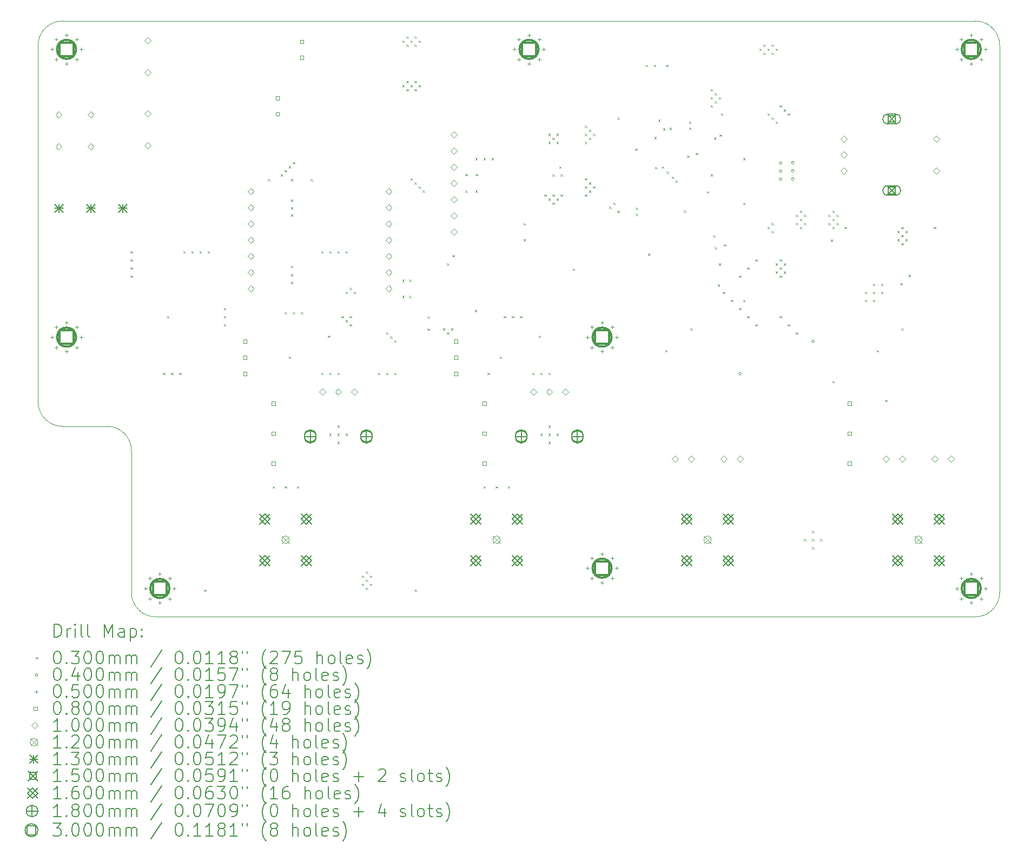
<source format=gbr>
%TF.GenerationSoftware,KiCad,Pcbnew,(6.0.7)*%
%TF.CreationDate,2022-09-12T18:32:13+03:00*%
%TF.ProjectId,SigGen,53696747-656e-42e6-9b69-6361645f7063,rev?*%
%TF.SameCoordinates,Original*%
%TF.FileFunction,Drillmap*%
%TF.FilePolarity,Positive*%
%FSLAX45Y45*%
G04 Gerber Fmt 4.5, Leading zero omitted, Abs format (unit mm)*
G04 Created by KiCad (PCBNEW (6.0.7)) date 2022-09-12 18:32:13*
%MOMM*%
%LPD*%
G01*
G04 APERTURE LIST*
%ADD10C,0.100000*%
%ADD11C,0.200000*%
%ADD12C,0.030000*%
%ADD13C,0.040000*%
%ADD14C,0.050000*%
%ADD15C,0.080000*%
%ADD16C,0.120000*%
%ADD17C,0.130000*%
%ADD18C,0.150000*%
%ADD19C,0.160000*%
%ADD20C,0.180000*%
%ADD21C,0.300000*%
G04 APERTURE END LIST*
D10*
X17018000Y-11493500D02*
X4191000Y-11493500D01*
X3429000Y-8509000D02*
X2730500Y-8509000D01*
X3810000Y-8890000D02*
G75*
G03*
X3429000Y-8509000I-381000J0D01*
G01*
X17399000Y-2540000D02*
X17399000Y-11112500D01*
X17399000Y-2540000D02*
G75*
G03*
X17018000Y-2159000I-381000J0D01*
G01*
X2730500Y-2159000D02*
X17018000Y-2159000D01*
X2349500Y-8128000D02*
G75*
G03*
X2730500Y-8509000I381000J0D01*
G01*
X3810000Y-11112500D02*
X3810000Y-8890000D01*
X17018000Y-11493500D02*
G75*
G03*
X17399000Y-11112500I0J381000D01*
G01*
X2349500Y-8128000D02*
X2349500Y-2540000D01*
X2730500Y-2159000D02*
G75*
G03*
X2349500Y-2540000I0J-381000D01*
G01*
X3810000Y-11112500D02*
G75*
G03*
X4191000Y-11493500I381000J0D01*
G01*
D11*
D12*
X3795000Y-5763500D02*
X3825000Y-5793500D01*
X3825000Y-5763500D02*
X3795000Y-5793500D01*
X3795000Y-5890500D02*
X3825000Y-5920500D01*
X3825000Y-5890500D02*
X3795000Y-5920500D01*
X3795000Y-6017500D02*
X3825000Y-6047500D01*
X3825000Y-6017500D02*
X3795000Y-6047500D01*
X3795000Y-6144500D02*
X3825000Y-6174500D01*
X3825000Y-6144500D02*
X3795000Y-6174500D01*
X4303000Y-7668500D02*
X4333000Y-7698500D01*
X4333000Y-7668500D02*
X4303000Y-7698500D01*
X4366500Y-6779500D02*
X4396500Y-6809500D01*
X4396500Y-6779500D02*
X4366500Y-6809500D01*
X4430000Y-7668500D02*
X4460000Y-7698500D01*
X4460000Y-7668500D02*
X4430000Y-7698500D01*
X4557000Y-7668500D02*
X4587000Y-7698500D01*
X4587000Y-7668500D02*
X4557000Y-7698500D01*
X4620500Y-5763500D02*
X4650500Y-5793500D01*
X4650500Y-5763500D02*
X4620500Y-5793500D01*
X4747500Y-5763500D02*
X4777500Y-5793500D01*
X4777500Y-5763500D02*
X4747500Y-5793500D01*
X4874500Y-5763500D02*
X4904500Y-5793500D01*
X4904500Y-5763500D02*
X4874500Y-5793500D01*
X4945000Y-11065000D02*
X4975000Y-11095000D01*
X4975000Y-11065000D02*
X4945000Y-11095000D01*
X5001500Y-5763500D02*
X5031500Y-5793500D01*
X5031500Y-5763500D02*
X5001500Y-5793500D01*
X5255500Y-6652500D02*
X5285500Y-6682500D01*
X5285500Y-6652500D02*
X5255500Y-6682500D01*
X5255500Y-6779500D02*
X5285500Y-6809500D01*
X5285500Y-6779500D02*
X5255500Y-6809500D01*
X5255500Y-6906500D02*
X5285500Y-6936500D01*
X5285500Y-6906500D02*
X5255500Y-6936500D01*
X5945000Y-4635000D02*
X5975000Y-4665000D01*
X5975000Y-4635000D02*
X5945000Y-4665000D01*
X6017500Y-9446500D02*
X6047500Y-9476500D01*
X6047500Y-9446500D02*
X6017500Y-9476500D01*
X6144500Y-4557000D02*
X6174500Y-4587000D01*
X6174500Y-4557000D02*
X6144500Y-4587000D01*
X6208000Y-4493500D02*
X6238000Y-4523500D01*
X6238000Y-4493500D02*
X6208000Y-4523500D01*
X6208000Y-6716000D02*
X6238000Y-6746000D01*
X6238000Y-6716000D02*
X6208000Y-6746000D01*
X6208000Y-9446500D02*
X6238000Y-9476500D01*
X6238000Y-9446500D02*
X6208000Y-9476500D01*
X6271500Y-4430000D02*
X6301500Y-4460000D01*
X6301500Y-4430000D02*
X6271500Y-4460000D01*
X6271500Y-7414500D02*
X6301500Y-7444500D01*
X6301500Y-7414500D02*
X6271500Y-7444500D01*
X6305000Y-4635000D02*
X6335000Y-4665000D01*
X6335000Y-4635000D02*
X6305000Y-4665000D01*
X6305000Y-4955000D02*
X6335000Y-4985000D01*
X6335000Y-4955000D02*
X6305000Y-4985000D01*
X6305000Y-5075000D02*
X6335000Y-5105000D01*
X6335000Y-5075000D02*
X6305000Y-5105000D01*
X6305000Y-5185000D02*
X6335000Y-5215000D01*
X6335000Y-5185000D02*
X6305000Y-5215000D01*
X6305000Y-5995000D02*
X6335000Y-6025000D01*
X6335000Y-5995000D02*
X6305000Y-6025000D01*
X6305000Y-6125000D02*
X6335000Y-6155000D01*
X6335000Y-6125000D02*
X6305000Y-6155000D01*
X6305000Y-6245000D02*
X6335000Y-6275000D01*
X6335000Y-6245000D02*
X6305000Y-6275000D01*
X6335000Y-4366500D02*
X6365000Y-4396500D01*
X6365000Y-4366500D02*
X6335000Y-4396500D01*
X6335000Y-6716000D02*
X6365000Y-6746000D01*
X6365000Y-6716000D02*
X6335000Y-6746000D01*
X6398500Y-9446500D02*
X6428500Y-9476500D01*
X6428500Y-9446500D02*
X6398500Y-9476500D01*
X6462000Y-6716000D02*
X6492000Y-6746000D01*
X6492000Y-6716000D02*
X6462000Y-6746000D01*
X6615000Y-4635000D02*
X6645000Y-4665000D01*
X6645000Y-4635000D02*
X6615000Y-4665000D01*
X6779500Y-5763500D02*
X6809500Y-5793500D01*
X6809500Y-5763500D02*
X6779500Y-5793500D01*
X6779500Y-7668500D02*
X6809500Y-7698500D01*
X6809500Y-7668500D02*
X6779500Y-7698500D01*
X6885000Y-7085000D02*
X6915000Y-7115000D01*
X6915000Y-7085000D02*
X6885000Y-7115000D01*
X6906500Y-5763500D02*
X6936500Y-5793500D01*
X6936500Y-5763500D02*
X6906500Y-5793500D01*
X6906500Y-7668500D02*
X6936500Y-7698500D01*
X6936500Y-7668500D02*
X6906500Y-7698500D01*
X6906500Y-8621000D02*
X6936500Y-8651000D01*
X6936500Y-8621000D02*
X6906500Y-8651000D01*
X7033500Y-5763500D02*
X7063500Y-5793500D01*
X7063500Y-5763500D02*
X7033500Y-5793500D01*
X7033500Y-7668500D02*
X7063500Y-7698500D01*
X7063500Y-7668500D02*
X7033500Y-7698500D01*
X7033500Y-8494000D02*
X7063500Y-8524000D01*
X7063500Y-8494000D02*
X7033500Y-8524000D01*
X7033500Y-8621000D02*
X7063500Y-8651000D01*
X7063500Y-8621000D02*
X7033500Y-8651000D01*
X7033500Y-8748000D02*
X7063500Y-8778000D01*
X7063500Y-8748000D02*
X7033500Y-8778000D01*
X7097000Y-6779500D02*
X7127000Y-6809500D01*
X7127000Y-6779500D02*
X7097000Y-6809500D01*
X7160500Y-5763500D02*
X7190500Y-5793500D01*
X7190500Y-5763500D02*
X7160500Y-5793500D01*
X7160500Y-6398500D02*
X7190500Y-6428500D01*
X7190500Y-6398500D02*
X7160500Y-6428500D01*
X7160500Y-6843000D02*
X7190500Y-6873000D01*
X7190500Y-6843000D02*
X7160500Y-6873000D01*
X7160500Y-8621000D02*
X7190500Y-8651000D01*
X7190500Y-8621000D02*
X7160500Y-8651000D01*
X7224000Y-6335000D02*
X7254000Y-6365000D01*
X7254000Y-6335000D02*
X7224000Y-6365000D01*
X7224000Y-6779500D02*
X7254000Y-6809500D01*
X7254000Y-6779500D02*
X7224000Y-6809500D01*
X7224000Y-6906500D02*
X7254000Y-6936500D01*
X7254000Y-6906500D02*
X7224000Y-6936500D01*
X7287500Y-6398500D02*
X7317500Y-6428500D01*
X7317500Y-6398500D02*
X7287500Y-6428500D01*
X7414500Y-10843500D02*
X7444500Y-10873500D01*
X7444500Y-10843500D02*
X7414500Y-10873500D01*
X7414500Y-10970500D02*
X7444500Y-11000500D01*
X7444500Y-10970500D02*
X7414500Y-11000500D01*
X7478000Y-10780000D02*
X7508000Y-10810000D01*
X7508000Y-10780000D02*
X7478000Y-10810000D01*
X7478000Y-10907000D02*
X7508000Y-10937000D01*
X7508000Y-10907000D02*
X7478000Y-10937000D01*
X7478000Y-11034000D02*
X7508000Y-11064000D01*
X7508000Y-11034000D02*
X7478000Y-11064000D01*
X7541500Y-10843500D02*
X7571500Y-10873500D01*
X7571500Y-10843500D02*
X7541500Y-10873500D01*
X7541500Y-10970500D02*
X7571500Y-11000500D01*
X7571500Y-10970500D02*
X7541500Y-11000500D01*
X7668500Y-7668500D02*
X7698500Y-7698500D01*
X7698500Y-7668500D02*
X7668500Y-7698500D01*
X7795500Y-7033500D02*
X7825500Y-7063500D01*
X7825500Y-7033500D02*
X7795500Y-7063500D01*
X7795500Y-7668500D02*
X7825500Y-7698500D01*
X7825500Y-7668500D02*
X7795500Y-7698500D01*
X7859000Y-7097000D02*
X7889000Y-7127000D01*
X7889000Y-7097000D02*
X7859000Y-7127000D01*
X7922500Y-7160500D02*
X7952500Y-7190500D01*
X7952500Y-7160500D02*
X7922500Y-7190500D01*
X7922500Y-7668500D02*
X7952500Y-7698500D01*
X7952500Y-7668500D02*
X7922500Y-7698500D01*
X8049500Y-2461500D02*
X8079500Y-2491500D01*
X8079500Y-2461500D02*
X8049500Y-2491500D01*
X8049500Y-3160000D02*
X8079500Y-3190000D01*
X8079500Y-3160000D02*
X8049500Y-3190000D01*
X8049500Y-6208000D02*
X8079500Y-6238000D01*
X8079500Y-6208000D02*
X8049500Y-6238000D01*
X8049500Y-6462000D02*
X8079500Y-6492000D01*
X8079500Y-6462000D02*
X8049500Y-6492000D01*
X8113000Y-2398000D02*
X8143000Y-2428000D01*
X8143000Y-2398000D02*
X8113000Y-2428000D01*
X8113000Y-2525000D02*
X8143000Y-2555000D01*
X8143000Y-2525000D02*
X8113000Y-2555000D01*
X8113000Y-3096500D02*
X8143000Y-3126500D01*
X8143000Y-3096500D02*
X8113000Y-3126500D01*
X8113000Y-3223500D02*
X8143000Y-3253500D01*
X8143000Y-3223500D02*
X8113000Y-3253500D01*
X8155000Y-6208000D02*
X8185000Y-6238000D01*
X8185000Y-6208000D02*
X8155000Y-6238000D01*
X8155000Y-6462000D02*
X8185000Y-6492000D01*
X8185000Y-6462000D02*
X8155000Y-6492000D01*
X8176500Y-2461500D02*
X8206500Y-2491500D01*
X8206500Y-2461500D02*
X8176500Y-2491500D01*
X8176500Y-3160000D02*
X8206500Y-3190000D01*
X8206500Y-3160000D02*
X8176500Y-3190000D01*
X8176500Y-4620500D02*
X8206500Y-4650500D01*
X8206500Y-4620500D02*
X8176500Y-4650500D01*
X8240000Y-2398000D02*
X8270000Y-2428000D01*
X8270000Y-2398000D02*
X8240000Y-2428000D01*
X8240000Y-2525000D02*
X8270000Y-2555000D01*
X8270000Y-2525000D02*
X8240000Y-2555000D01*
X8240000Y-3096500D02*
X8270000Y-3126500D01*
X8270000Y-3096500D02*
X8240000Y-3126500D01*
X8240000Y-3223500D02*
X8270000Y-3253500D01*
X8270000Y-3223500D02*
X8240000Y-3253500D01*
X8240000Y-4684000D02*
X8270000Y-4714000D01*
X8270000Y-4684000D02*
X8240000Y-4714000D01*
X8245000Y-11065000D02*
X8275000Y-11095000D01*
X8275000Y-11065000D02*
X8245000Y-11095000D01*
X8303500Y-2461500D02*
X8333500Y-2491500D01*
X8333500Y-2461500D02*
X8303500Y-2491500D01*
X8303500Y-3160000D02*
X8333500Y-3190000D01*
X8333500Y-3160000D02*
X8303500Y-3190000D01*
X8303500Y-4747500D02*
X8333500Y-4777500D01*
X8333500Y-4747500D02*
X8303500Y-4777500D01*
X8367000Y-4811000D02*
X8397000Y-4841000D01*
X8397000Y-4811000D02*
X8367000Y-4841000D01*
X8445000Y-6785000D02*
X8475000Y-6815000D01*
X8475000Y-6785000D02*
X8445000Y-6815000D01*
X8445000Y-6975000D02*
X8475000Y-7005000D01*
X8475000Y-6975000D02*
X8445000Y-7005000D01*
X8684500Y-6970000D02*
X8714500Y-7000000D01*
X8714500Y-6970000D02*
X8684500Y-7000000D01*
X8748000Y-5954000D02*
X8778000Y-5984000D01*
X8778000Y-5954000D02*
X8748000Y-5984000D01*
X8748000Y-7033500D02*
X8778000Y-7063500D01*
X8778000Y-7033500D02*
X8748000Y-7063500D01*
X8811500Y-6970000D02*
X8841500Y-7000000D01*
X8841500Y-6970000D02*
X8811500Y-7000000D01*
X8835000Y-5825000D02*
X8865000Y-5855000D01*
X8865000Y-5825000D02*
X8835000Y-5855000D01*
X9035000Y-4555000D02*
X9065000Y-4585000D01*
X9065000Y-4555000D02*
X9035000Y-4585000D01*
X9035000Y-4811000D02*
X9065000Y-4841000D01*
X9065000Y-4811000D02*
X9035000Y-4841000D01*
X9185000Y-6685000D02*
X9215000Y-6715000D01*
X9215000Y-6685000D02*
X9185000Y-6715000D01*
X9192500Y-4303000D02*
X9222500Y-4333000D01*
X9222500Y-4303000D02*
X9192500Y-4333000D01*
X9192500Y-4811000D02*
X9222500Y-4841000D01*
X9222500Y-4811000D02*
X9192500Y-4841000D01*
X9195000Y-4555000D02*
X9225000Y-4585000D01*
X9225000Y-4555000D02*
X9195000Y-4585000D01*
X9319500Y-4303000D02*
X9349500Y-4333000D01*
X9349500Y-4303000D02*
X9319500Y-4333000D01*
X9319500Y-9446500D02*
X9349500Y-9476500D01*
X9349500Y-9446500D02*
X9319500Y-9476500D01*
X9383000Y-7668500D02*
X9413000Y-7698500D01*
X9413000Y-7668500D02*
X9383000Y-7698500D01*
X9446500Y-4303000D02*
X9476500Y-4333000D01*
X9476500Y-4303000D02*
X9446500Y-4333000D01*
X9510000Y-9446500D02*
X9540000Y-9476500D01*
X9540000Y-9446500D02*
X9510000Y-9476500D01*
X9573500Y-7414500D02*
X9603500Y-7444500D01*
X9603500Y-7414500D02*
X9573500Y-7444500D01*
X9637000Y-6779500D02*
X9667000Y-6809500D01*
X9667000Y-6779500D02*
X9637000Y-6809500D01*
X9700500Y-9446500D02*
X9730500Y-9476500D01*
X9730500Y-9446500D02*
X9700500Y-9476500D01*
X9764000Y-6779500D02*
X9794000Y-6809500D01*
X9794000Y-6779500D02*
X9764000Y-6809500D01*
X9891000Y-6779500D02*
X9921000Y-6809500D01*
X9921000Y-6779500D02*
X9891000Y-6809500D01*
X9945000Y-5325000D02*
X9975000Y-5355000D01*
X9975000Y-5325000D02*
X9945000Y-5355000D01*
X9945000Y-5575000D02*
X9975000Y-5605000D01*
X9975000Y-5575000D02*
X9945000Y-5605000D01*
X10081500Y-7668500D02*
X10111500Y-7698500D01*
X10111500Y-7668500D02*
X10081500Y-7698500D01*
X10185000Y-7085000D02*
X10215000Y-7115000D01*
X10215000Y-7085000D02*
X10185000Y-7115000D01*
X10208500Y-7668500D02*
X10238500Y-7698500D01*
X10238500Y-7668500D02*
X10208500Y-7698500D01*
X10208500Y-8621000D02*
X10238500Y-8651000D01*
X10238500Y-8621000D02*
X10208500Y-8651000D01*
X10272000Y-4874500D02*
X10302000Y-4904500D01*
X10302000Y-4874500D02*
X10272000Y-4904500D01*
X10335500Y-3922000D02*
X10365500Y-3952000D01*
X10365500Y-3922000D02*
X10335500Y-3952000D01*
X10335500Y-4049000D02*
X10365500Y-4079000D01*
X10365500Y-4049000D02*
X10335500Y-4079000D01*
X10335500Y-4938000D02*
X10365500Y-4968000D01*
X10365500Y-4938000D02*
X10335500Y-4968000D01*
X10335500Y-7668500D02*
X10365500Y-7698500D01*
X10365500Y-7668500D02*
X10335500Y-7698500D01*
X10335500Y-8494000D02*
X10365500Y-8524000D01*
X10365500Y-8494000D02*
X10335500Y-8524000D01*
X10335500Y-8621000D02*
X10365500Y-8651000D01*
X10365500Y-8621000D02*
X10335500Y-8651000D01*
X10335500Y-8748000D02*
X10365500Y-8778000D01*
X10365500Y-8748000D02*
X10335500Y-8778000D01*
X10399000Y-3985500D02*
X10429000Y-4015500D01*
X10429000Y-3985500D02*
X10399000Y-4015500D01*
X10399000Y-4557000D02*
X10429000Y-4587000D01*
X10429000Y-4557000D02*
X10399000Y-4587000D01*
X10399000Y-4874500D02*
X10429000Y-4904500D01*
X10429000Y-4874500D02*
X10399000Y-4904500D01*
X10399000Y-5001500D02*
X10429000Y-5031500D01*
X10429000Y-5001500D02*
X10399000Y-5031500D01*
X10462500Y-3922000D02*
X10492500Y-3952000D01*
X10492500Y-3922000D02*
X10462500Y-3952000D01*
X10462500Y-4049000D02*
X10492500Y-4079000D01*
X10492500Y-4049000D02*
X10462500Y-4079000D01*
X10462500Y-4938000D02*
X10492500Y-4968000D01*
X10492500Y-4938000D02*
X10462500Y-4968000D01*
X10462500Y-8621000D02*
X10492500Y-8651000D01*
X10492500Y-8621000D02*
X10462500Y-8651000D01*
X10505000Y-4435000D02*
X10535000Y-4465000D01*
X10535000Y-4435000D02*
X10505000Y-4465000D01*
X10526000Y-4557000D02*
X10556000Y-4587000D01*
X10556000Y-4557000D02*
X10526000Y-4587000D01*
X10526000Y-4874500D02*
X10556000Y-4904500D01*
X10556000Y-4874500D02*
X10526000Y-4904500D01*
X10715000Y-6035000D02*
X10745000Y-6065000D01*
X10745000Y-6035000D02*
X10715000Y-6065000D01*
X10907000Y-3795000D02*
X10937000Y-3825000D01*
X10937000Y-3795000D02*
X10907000Y-3825000D01*
X10907000Y-3922000D02*
X10937000Y-3952000D01*
X10937000Y-3922000D02*
X10907000Y-3952000D01*
X10907000Y-4049000D02*
X10937000Y-4079000D01*
X10937000Y-4049000D02*
X10907000Y-4079000D01*
X10907000Y-4620500D02*
X10937000Y-4650500D01*
X10937000Y-4620500D02*
X10907000Y-4650500D01*
X10907000Y-4747500D02*
X10937000Y-4777500D01*
X10937000Y-4747500D02*
X10907000Y-4777500D01*
X10907000Y-4874500D02*
X10937000Y-4904500D01*
X10937000Y-4874500D02*
X10907000Y-4904500D01*
X10970500Y-3858500D02*
X11000500Y-3888500D01*
X11000500Y-3858500D02*
X10970500Y-3888500D01*
X10970500Y-3985500D02*
X11000500Y-4015500D01*
X11000500Y-3985500D02*
X10970500Y-4015500D01*
X10970500Y-4684000D02*
X11000500Y-4714000D01*
X11000500Y-4684000D02*
X10970500Y-4714000D01*
X10970500Y-4811000D02*
X11000500Y-4841000D01*
X11000500Y-4811000D02*
X10970500Y-4841000D01*
X11034000Y-3922000D02*
X11064000Y-3952000D01*
X11064000Y-3922000D02*
X11034000Y-3952000D01*
X11034000Y-4747500D02*
X11064000Y-4777500D01*
X11064000Y-4747500D02*
X11034000Y-4777500D01*
X11288000Y-5065000D02*
X11318000Y-5095000D01*
X11318000Y-5065000D02*
X11288000Y-5095000D01*
X11351500Y-5001500D02*
X11381500Y-5031500D01*
X11381500Y-5001500D02*
X11351500Y-5031500D01*
X11415000Y-3668000D02*
X11445000Y-3698000D01*
X11445000Y-3668000D02*
X11415000Y-3698000D01*
X11415000Y-5128500D02*
X11445000Y-5158500D01*
X11445000Y-5128500D02*
X11415000Y-5158500D01*
X11695000Y-4155000D02*
X11725000Y-4185000D01*
X11725000Y-4155000D02*
X11695000Y-4185000D01*
X11705000Y-5085000D02*
X11735000Y-5115000D01*
X11735000Y-5085000D02*
X11705000Y-5115000D01*
X11705000Y-5175000D02*
X11735000Y-5205000D01*
X11735000Y-5175000D02*
X11705000Y-5205000D01*
X11859500Y-2842500D02*
X11889500Y-2872500D01*
X11889500Y-2842500D02*
X11859500Y-2872500D01*
X11895000Y-5805000D02*
X11925000Y-5835000D01*
X11925000Y-5805000D02*
X11895000Y-5835000D01*
X11986500Y-2842500D02*
X12016500Y-2872500D01*
X12016500Y-2842500D02*
X11986500Y-2872500D01*
X11995000Y-3975000D02*
X12025000Y-4005000D01*
X12025000Y-3975000D02*
X11995000Y-4005000D01*
X12005000Y-4445000D02*
X12035000Y-4475000D01*
X12035000Y-4445000D02*
X12005000Y-4475000D01*
X12055000Y-3705000D02*
X12085000Y-3735000D01*
X12085000Y-3705000D02*
X12055000Y-3735000D01*
X12115000Y-4435000D02*
X12145000Y-4465000D01*
X12145000Y-4435000D02*
X12115000Y-4465000D01*
X12130631Y-3839369D02*
X12160631Y-3869369D01*
X12160631Y-3839369D02*
X12130631Y-3869369D01*
X12165000Y-7315000D02*
X12195000Y-7345000D01*
X12195000Y-7315000D02*
X12165000Y-7345000D01*
X12177000Y-2842500D02*
X12207000Y-2872500D01*
X12207000Y-2842500D02*
X12177000Y-2872500D01*
X12185000Y-4515000D02*
X12215000Y-4545000D01*
X12215000Y-4515000D02*
X12185000Y-4545000D01*
X12230927Y-3830927D02*
X12260927Y-3860927D01*
X12260927Y-3830927D02*
X12230927Y-3860927D01*
X12265000Y-4595000D02*
X12295000Y-4625000D01*
X12295000Y-4595000D02*
X12265000Y-4625000D01*
X12325000Y-4655000D02*
X12355000Y-4685000D01*
X12355000Y-4655000D02*
X12325000Y-4685000D01*
X12455000Y-5125000D02*
X12485000Y-5155000D01*
X12485000Y-5125000D02*
X12455000Y-5155000D01*
X12505000Y-4265000D02*
X12535000Y-4295000D01*
X12535000Y-4265000D02*
X12505000Y-4295000D01*
X12535000Y-3735000D02*
X12565000Y-3765000D01*
X12565000Y-3735000D02*
X12535000Y-3765000D01*
X12535000Y-3825000D02*
X12565000Y-3855000D01*
X12565000Y-3825000D02*
X12535000Y-3855000D01*
X12558000Y-6970000D02*
X12588000Y-7000000D01*
X12588000Y-6970000D02*
X12558000Y-7000000D01*
X12645000Y-4225000D02*
X12675000Y-4255000D01*
X12675000Y-4225000D02*
X12645000Y-4255000D01*
X12815000Y-4825000D02*
X12845000Y-4855000D01*
X12845000Y-4825000D02*
X12815000Y-4855000D01*
X12875500Y-3223500D02*
X12905500Y-3253500D01*
X12905500Y-3223500D02*
X12875500Y-3253500D01*
X12875500Y-3350500D02*
X12905500Y-3380500D01*
X12905500Y-3350500D02*
X12875500Y-3380500D01*
X12875500Y-3477500D02*
X12905500Y-3507500D01*
X12905500Y-3477500D02*
X12875500Y-3507500D01*
X12875500Y-4557000D02*
X12905500Y-4587000D01*
X12905500Y-4557000D02*
X12875500Y-4587000D01*
X12915224Y-5514776D02*
X12945224Y-5544776D01*
X12945224Y-5514776D02*
X12915224Y-5544776D01*
X12925000Y-3985000D02*
X12955000Y-4015000D01*
X12955000Y-3985000D02*
X12925000Y-4015000D01*
X12939000Y-3287000D02*
X12969000Y-3317000D01*
X12969000Y-3287000D02*
X12939000Y-3317000D01*
X12939000Y-3414000D02*
X12969000Y-3444000D01*
X12969000Y-3414000D02*
X12939000Y-3444000D01*
X12939000Y-5700000D02*
X12969000Y-5730000D01*
X12969000Y-5700000D02*
X12939000Y-5730000D01*
X12985000Y-6285000D02*
X13015000Y-6315000D01*
X13015000Y-6285000D02*
X12985000Y-6315000D01*
X13002500Y-3350500D02*
X13032500Y-3380500D01*
X13032500Y-3350500D02*
X13002500Y-3380500D01*
X13002500Y-5954000D02*
X13032500Y-5984000D01*
X13032500Y-5954000D02*
X13002500Y-5984000D01*
X13015000Y-3935000D02*
X13045000Y-3965000D01*
X13045000Y-3935000D02*
X13015000Y-3965000D01*
X13035000Y-3605000D02*
X13065000Y-3635000D01*
X13065000Y-3605000D02*
X13035000Y-3635000D01*
X13066000Y-6398500D02*
X13096000Y-6428500D01*
X13096000Y-6398500D02*
X13066000Y-6428500D01*
X13085000Y-5655000D02*
X13115000Y-5685000D01*
X13115000Y-5655000D02*
X13085000Y-5685000D01*
X13193000Y-6525500D02*
X13223000Y-6555500D01*
X13223000Y-6525500D02*
X13193000Y-6555500D01*
X13320000Y-6144500D02*
X13350000Y-6174500D01*
X13350000Y-6144500D02*
X13320000Y-6174500D01*
X13320000Y-6652500D02*
X13350000Y-6682500D01*
X13350000Y-6652500D02*
X13320000Y-6682500D01*
X13383500Y-4303000D02*
X13413500Y-4333000D01*
X13413500Y-4303000D02*
X13383500Y-4333000D01*
X13383500Y-5001500D02*
X13413500Y-5031500D01*
X13413500Y-5001500D02*
X13383500Y-5031500D01*
X13383500Y-6525500D02*
X13413500Y-6555500D01*
X13413500Y-6525500D02*
X13383500Y-6555500D01*
X13447000Y-6017500D02*
X13477000Y-6047500D01*
X13477000Y-6017500D02*
X13447000Y-6047500D01*
X13447000Y-6779500D02*
X13477000Y-6809500D01*
X13477000Y-6779500D02*
X13447000Y-6809500D01*
X13574000Y-5890500D02*
X13604000Y-5920500D01*
X13604000Y-5890500D02*
X13574000Y-5920500D01*
X13574000Y-6906500D02*
X13604000Y-6936500D01*
X13604000Y-6906500D02*
X13574000Y-6936500D01*
X13637500Y-2588500D02*
X13667500Y-2618500D01*
X13667500Y-2588500D02*
X13637500Y-2618500D01*
X13701000Y-2525000D02*
X13731000Y-2555000D01*
X13731000Y-2525000D02*
X13701000Y-2555000D01*
X13701000Y-2652000D02*
X13731000Y-2682000D01*
X13731000Y-2652000D02*
X13701000Y-2682000D01*
X13764500Y-2588500D02*
X13794500Y-2618500D01*
X13794500Y-2588500D02*
X13764500Y-2618500D01*
X13764500Y-3604500D02*
X13794500Y-3634500D01*
X13794500Y-3604500D02*
X13764500Y-3634500D01*
X13764500Y-5382500D02*
X13794500Y-5412500D01*
X13794500Y-5382500D02*
X13764500Y-5412500D01*
X13828000Y-2525000D02*
X13858000Y-2555000D01*
X13858000Y-2525000D02*
X13828000Y-2555000D01*
X13828000Y-2652000D02*
X13858000Y-2682000D01*
X13858000Y-2652000D02*
X13828000Y-2682000D01*
X13828000Y-3668000D02*
X13858000Y-3698000D01*
X13858000Y-3668000D02*
X13828000Y-3698000D01*
X13828000Y-5319000D02*
X13858000Y-5349000D01*
X13858000Y-5319000D02*
X13828000Y-5349000D01*
X13828000Y-5446000D02*
X13858000Y-5476000D01*
X13858000Y-5446000D02*
X13828000Y-5476000D01*
X13891500Y-2588500D02*
X13921500Y-2618500D01*
X13921500Y-2588500D02*
X13891500Y-2618500D01*
X13891500Y-3731500D02*
X13921500Y-3761500D01*
X13921500Y-3731500D02*
X13891500Y-3761500D01*
X13891500Y-5954000D02*
X13921500Y-5984000D01*
X13921500Y-5954000D02*
X13891500Y-5984000D01*
X13891500Y-6081000D02*
X13921500Y-6111000D01*
X13921500Y-6081000D02*
X13891500Y-6111000D01*
X13955000Y-3477500D02*
X13985000Y-3507500D01*
X13985000Y-3477500D02*
X13955000Y-3507500D01*
X13955000Y-5890500D02*
X13985000Y-5920500D01*
X13985000Y-5890500D02*
X13955000Y-5920500D01*
X13955000Y-6017500D02*
X13985000Y-6047500D01*
X13985000Y-6017500D02*
X13955000Y-6047500D01*
X13955000Y-6144500D02*
X13985000Y-6174500D01*
X13985000Y-6144500D02*
X13955000Y-6174500D01*
X13955000Y-6779500D02*
X13985000Y-6809500D01*
X13985000Y-6779500D02*
X13955000Y-6809500D01*
X14018500Y-3541000D02*
X14048500Y-3571000D01*
X14048500Y-3541000D02*
X14018500Y-3571000D01*
X14018500Y-5954000D02*
X14048500Y-5984000D01*
X14048500Y-5954000D02*
X14018500Y-5984000D01*
X14018500Y-6081000D02*
X14048500Y-6111000D01*
X14048500Y-6081000D02*
X14018500Y-6111000D01*
X14082000Y-3604500D02*
X14112000Y-3634500D01*
X14112000Y-3604500D02*
X14082000Y-3634500D01*
X14082000Y-6906500D02*
X14112000Y-6936500D01*
X14112000Y-6906500D02*
X14082000Y-6936500D01*
X14209000Y-5192000D02*
X14239000Y-5222000D01*
X14239000Y-5192000D02*
X14209000Y-5222000D01*
X14209000Y-5319000D02*
X14239000Y-5349000D01*
X14239000Y-5319000D02*
X14209000Y-5349000D01*
X14209000Y-7033500D02*
X14239000Y-7063500D01*
X14239000Y-7033500D02*
X14209000Y-7063500D01*
X14272500Y-5128500D02*
X14302500Y-5158500D01*
X14302500Y-5128500D02*
X14272500Y-5158500D01*
X14272500Y-5255500D02*
X14302500Y-5285500D01*
X14302500Y-5255500D02*
X14272500Y-5285500D01*
X14272500Y-5382500D02*
X14302500Y-5412500D01*
X14302500Y-5382500D02*
X14272500Y-5412500D01*
X14336000Y-5192000D02*
X14366000Y-5222000D01*
X14366000Y-5192000D02*
X14336000Y-5222000D01*
X14336000Y-5319000D02*
X14366000Y-5349000D01*
X14366000Y-5319000D02*
X14336000Y-5349000D01*
X14336000Y-10272000D02*
X14366000Y-10302000D01*
X14366000Y-10272000D02*
X14336000Y-10302000D01*
X14463000Y-10145000D02*
X14493000Y-10175000D01*
X14493000Y-10145000D02*
X14463000Y-10175000D01*
X14463000Y-10272000D02*
X14493000Y-10302000D01*
X14493000Y-10272000D02*
X14463000Y-10302000D01*
X14463000Y-10399000D02*
X14493000Y-10429000D01*
X14493000Y-10399000D02*
X14463000Y-10429000D01*
X14590000Y-10272000D02*
X14620000Y-10302000D01*
X14620000Y-10272000D02*
X14590000Y-10302000D01*
X14717000Y-5192000D02*
X14747000Y-5222000D01*
X14747000Y-5192000D02*
X14717000Y-5222000D01*
X14717000Y-5319000D02*
X14747000Y-5349000D01*
X14747000Y-5319000D02*
X14717000Y-5349000D01*
X14755000Y-5585000D02*
X14785000Y-5615000D01*
X14785000Y-5585000D02*
X14755000Y-5615000D01*
X14780500Y-5128500D02*
X14810500Y-5158500D01*
X14810500Y-5128500D02*
X14780500Y-5158500D01*
X14780500Y-5255500D02*
X14810500Y-5285500D01*
X14810500Y-5255500D02*
X14780500Y-5285500D01*
X14780500Y-5382500D02*
X14810500Y-5412500D01*
X14810500Y-5382500D02*
X14780500Y-5412500D01*
X14780500Y-7795500D02*
X14810500Y-7825500D01*
X14810500Y-7795500D02*
X14780500Y-7825500D01*
X14844000Y-5192000D02*
X14874000Y-5222000D01*
X14874000Y-5192000D02*
X14844000Y-5222000D01*
X14844000Y-5319000D02*
X14874000Y-5349000D01*
X14874000Y-5319000D02*
X14844000Y-5349000D01*
X14971000Y-5385000D02*
X15001000Y-5415000D01*
X15001000Y-5385000D02*
X14971000Y-5415000D01*
X15288500Y-6398500D02*
X15318500Y-6428500D01*
X15318500Y-6398500D02*
X15288500Y-6428500D01*
X15288500Y-6525500D02*
X15318500Y-6555500D01*
X15318500Y-6525500D02*
X15288500Y-6555500D01*
X15415500Y-6271500D02*
X15445500Y-6301500D01*
X15445500Y-6271500D02*
X15415500Y-6301500D01*
X15415500Y-6398500D02*
X15445500Y-6428500D01*
X15445500Y-6398500D02*
X15415500Y-6428500D01*
X15415500Y-6525500D02*
X15445500Y-6555500D01*
X15445500Y-6525500D02*
X15415500Y-6555500D01*
X15475000Y-7315000D02*
X15505000Y-7345000D01*
X15505000Y-7315000D02*
X15475000Y-7345000D01*
X15542500Y-6271500D02*
X15572500Y-6301500D01*
X15572500Y-6271500D02*
X15542500Y-6301500D01*
X15542500Y-6398500D02*
X15572500Y-6428500D01*
X15572500Y-6398500D02*
X15542500Y-6428500D01*
X15606000Y-8095000D02*
X15636000Y-8125000D01*
X15636000Y-8095000D02*
X15606000Y-8125000D01*
X15796500Y-5446000D02*
X15826500Y-5476000D01*
X15826500Y-5446000D02*
X15796500Y-5476000D01*
X15796500Y-5573000D02*
X15826500Y-5603000D01*
X15826500Y-5573000D02*
X15796500Y-5603000D01*
X15845000Y-6265000D02*
X15875000Y-6295000D01*
X15875000Y-6265000D02*
X15845000Y-6295000D01*
X15860000Y-5382500D02*
X15890000Y-5412500D01*
X15890000Y-5382500D02*
X15860000Y-5412500D01*
X15860000Y-5509500D02*
X15890000Y-5539500D01*
X15890000Y-5509500D02*
X15860000Y-5539500D01*
X15860000Y-5636500D02*
X15890000Y-5666500D01*
X15890000Y-5636500D02*
X15860000Y-5666500D01*
X15860000Y-6970000D02*
X15890000Y-7000000D01*
X15890000Y-6970000D02*
X15860000Y-7000000D01*
X15923500Y-5446000D02*
X15953500Y-5476000D01*
X15953500Y-5446000D02*
X15923500Y-5476000D01*
X15923500Y-5573000D02*
X15953500Y-5603000D01*
X15953500Y-5573000D02*
X15923500Y-5603000D01*
X15975000Y-6135000D02*
X16005000Y-6165000D01*
X16005000Y-6135000D02*
X15975000Y-6165000D01*
X16368000Y-5385000D02*
X16398000Y-5415000D01*
X16398000Y-5385000D02*
X16368000Y-5415000D01*
D13*
X13355000Y-7683500D02*
G75*
G03*
X13355000Y-7683500I-20000J0D01*
G01*
X13990000Y-4381500D02*
G75*
G03*
X13990000Y-4381500I-20000J0D01*
G01*
X13990000Y-4508500D02*
G75*
G03*
X13990000Y-4508500I-20000J0D01*
G01*
X13990000Y-4635500D02*
G75*
G03*
X13990000Y-4635500I-20000J0D01*
G01*
X14180500Y-4381500D02*
G75*
G03*
X14180500Y-4381500I-20000J0D01*
G01*
X14180500Y-4508500D02*
G75*
G03*
X14180500Y-4508500I-20000J0D01*
G01*
X14180500Y-4635500D02*
G75*
G03*
X14180500Y-4635500I-20000J0D01*
G01*
X14498000Y-7175500D02*
G75*
G03*
X14498000Y-7175500I-20000J0D01*
G01*
D14*
X2569000Y-2578500D02*
X2569000Y-2628500D01*
X2544000Y-2603500D02*
X2594000Y-2603500D01*
X2569000Y-7087000D02*
X2569000Y-7137000D01*
X2544000Y-7112000D02*
X2594000Y-7112000D01*
X2634901Y-2419401D02*
X2634901Y-2469401D01*
X2609901Y-2444401D02*
X2659901Y-2444401D01*
X2634901Y-2737599D02*
X2634901Y-2787599D01*
X2609901Y-2762599D02*
X2659901Y-2762599D01*
X2634901Y-6927901D02*
X2634901Y-6977901D01*
X2609901Y-6952901D02*
X2659901Y-6952901D01*
X2634901Y-7246099D02*
X2634901Y-7296099D01*
X2609901Y-7271099D02*
X2659901Y-7271099D01*
X2794000Y-2353500D02*
X2794000Y-2403500D01*
X2769000Y-2378500D02*
X2819000Y-2378500D01*
X2794000Y-2803500D02*
X2794000Y-2853500D01*
X2769000Y-2828500D02*
X2819000Y-2828500D01*
X2794000Y-6862000D02*
X2794000Y-6912000D01*
X2769000Y-6887000D02*
X2819000Y-6887000D01*
X2794000Y-7312000D02*
X2794000Y-7362000D01*
X2769000Y-7337000D02*
X2819000Y-7337000D01*
X2953099Y-2419401D02*
X2953099Y-2469401D01*
X2928099Y-2444401D02*
X2978099Y-2444401D01*
X2953099Y-2737599D02*
X2953099Y-2787599D01*
X2928099Y-2762599D02*
X2978099Y-2762599D01*
X2953099Y-6927901D02*
X2953099Y-6977901D01*
X2928099Y-6952901D02*
X2978099Y-6952901D01*
X2953099Y-7246099D02*
X2953099Y-7296099D01*
X2928099Y-7271099D02*
X2978099Y-7271099D01*
X3019000Y-2578500D02*
X3019000Y-2628500D01*
X2994000Y-2603500D02*
X3044000Y-2603500D01*
X3019000Y-7087000D02*
X3019000Y-7137000D01*
X2994000Y-7112000D02*
X3044000Y-7112000D01*
X4029500Y-11024000D02*
X4029500Y-11074000D01*
X4004500Y-11049000D02*
X4054500Y-11049000D01*
X4095401Y-10864901D02*
X4095401Y-10914901D01*
X4070401Y-10889901D02*
X4120401Y-10889901D01*
X4095401Y-11183099D02*
X4095401Y-11233099D01*
X4070401Y-11208099D02*
X4120401Y-11208099D01*
X4254500Y-10799000D02*
X4254500Y-10849000D01*
X4229500Y-10824000D02*
X4279500Y-10824000D01*
X4254500Y-11249000D02*
X4254500Y-11299000D01*
X4229500Y-11274000D02*
X4279500Y-11274000D01*
X4413599Y-10864901D02*
X4413599Y-10914901D01*
X4388599Y-10889901D02*
X4438599Y-10889901D01*
X4413599Y-11183099D02*
X4413599Y-11233099D01*
X4388599Y-11208099D02*
X4438599Y-11208099D01*
X4479500Y-11024000D02*
X4479500Y-11074000D01*
X4454500Y-11049000D02*
X4504500Y-11049000D01*
X9808000Y-2578500D02*
X9808000Y-2628500D01*
X9783000Y-2603500D02*
X9833000Y-2603500D01*
X9873901Y-2419401D02*
X9873901Y-2469401D01*
X9848901Y-2444401D02*
X9898901Y-2444401D01*
X9873901Y-2737599D02*
X9873901Y-2787599D01*
X9848901Y-2762599D02*
X9898901Y-2762599D01*
X10033000Y-2353500D02*
X10033000Y-2403500D01*
X10008000Y-2378500D02*
X10058000Y-2378500D01*
X10033000Y-2803500D02*
X10033000Y-2853500D01*
X10008000Y-2828500D02*
X10058000Y-2828500D01*
X10192099Y-2419401D02*
X10192099Y-2469401D01*
X10167099Y-2444401D02*
X10217099Y-2444401D01*
X10192099Y-2737599D02*
X10192099Y-2787599D01*
X10167099Y-2762599D02*
X10217099Y-2762599D01*
X10258000Y-2578500D02*
X10258000Y-2628500D01*
X10233000Y-2603500D02*
X10283000Y-2603500D01*
X10951000Y-7087000D02*
X10951000Y-7137000D01*
X10926000Y-7112000D02*
X10976000Y-7112000D01*
X10951000Y-10706500D02*
X10951000Y-10756500D01*
X10926000Y-10731500D02*
X10976000Y-10731500D01*
X11016901Y-6927901D02*
X11016901Y-6977901D01*
X10991901Y-6952901D02*
X11041901Y-6952901D01*
X11016901Y-7246099D02*
X11016901Y-7296099D01*
X10991901Y-7271099D02*
X11041901Y-7271099D01*
X11016901Y-10547401D02*
X11016901Y-10597401D01*
X10991901Y-10572401D02*
X11041901Y-10572401D01*
X11016901Y-10865599D02*
X11016901Y-10915599D01*
X10991901Y-10890599D02*
X11041901Y-10890599D01*
X11176000Y-6862000D02*
X11176000Y-6912000D01*
X11151000Y-6887000D02*
X11201000Y-6887000D01*
X11176000Y-7312000D02*
X11176000Y-7362000D01*
X11151000Y-7337000D02*
X11201000Y-7337000D01*
X11176000Y-10481500D02*
X11176000Y-10531500D01*
X11151000Y-10506500D02*
X11201000Y-10506500D01*
X11176000Y-10931500D02*
X11176000Y-10981500D01*
X11151000Y-10956500D02*
X11201000Y-10956500D01*
X11335099Y-6927901D02*
X11335099Y-6977901D01*
X11310099Y-6952901D02*
X11360099Y-6952901D01*
X11335099Y-7246099D02*
X11335099Y-7296099D01*
X11310099Y-7271099D02*
X11360099Y-7271099D01*
X11335099Y-10547401D02*
X11335099Y-10597401D01*
X11310099Y-10572401D02*
X11360099Y-10572401D01*
X11335099Y-10865599D02*
X11335099Y-10915599D01*
X11310099Y-10890599D02*
X11360099Y-10890599D01*
X11401000Y-7087000D02*
X11401000Y-7137000D01*
X11376000Y-7112000D02*
X11426000Y-7112000D01*
X11401000Y-10706500D02*
X11401000Y-10756500D01*
X11376000Y-10731500D02*
X11426000Y-10731500D01*
X16729500Y-2578500D02*
X16729500Y-2628500D01*
X16704500Y-2603500D02*
X16754500Y-2603500D01*
X16729500Y-11024000D02*
X16729500Y-11074000D01*
X16704500Y-11049000D02*
X16754500Y-11049000D01*
X16795401Y-2419401D02*
X16795401Y-2469401D01*
X16770401Y-2444401D02*
X16820401Y-2444401D01*
X16795401Y-2737599D02*
X16795401Y-2787599D01*
X16770401Y-2762599D02*
X16820401Y-2762599D01*
X16795401Y-10864901D02*
X16795401Y-10914901D01*
X16770401Y-10889901D02*
X16820401Y-10889901D01*
X16795401Y-11183099D02*
X16795401Y-11233099D01*
X16770401Y-11208099D02*
X16820401Y-11208099D01*
X16954500Y-2353500D02*
X16954500Y-2403500D01*
X16929500Y-2378500D02*
X16979500Y-2378500D01*
X16954500Y-2803500D02*
X16954500Y-2853500D01*
X16929500Y-2828500D02*
X16979500Y-2828500D01*
X16954500Y-10799000D02*
X16954500Y-10849000D01*
X16929500Y-10824000D02*
X16979500Y-10824000D01*
X16954500Y-11249000D02*
X16954500Y-11299000D01*
X16929500Y-11274000D02*
X16979500Y-11274000D01*
X17113599Y-2419401D02*
X17113599Y-2469401D01*
X17088599Y-2444401D02*
X17138599Y-2444401D01*
X17113599Y-2737599D02*
X17113599Y-2787599D01*
X17088599Y-2762599D02*
X17138599Y-2762599D01*
X17113599Y-10864901D02*
X17113599Y-10914901D01*
X17088599Y-10889901D02*
X17138599Y-10889901D01*
X17113599Y-11183099D02*
X17113599Y-11233099D01*
X17088599Y-11208099D02*
X17138599Y-11208099D01*
X17179500Y-2578500D02*
X17179500Y-2628500D01*
X17154500Y-2603500D02*
X17204500Y-2603500D01*
X17179500Y-11024000D02*
X17179500Y-11074000D01*
X17154500Y-11049000D02*
X17204500Y-11049000D01*
D15*
X5616284Y-7204784D02*
X5616284Y-7148215D01*
X5559716Y-7148215D01*
X5559716Y-7204784D01*
X5616284Y-7204784D01*
X5616284Y-7458784D02*
X5616284Y-7402215D01*
X5559716Y-7402215D01*
X5559716Y-7458784D01*
X5616284Y-7458784D01*
X5616284Y-7712784D02*
X5616284Y-7656215D01*
X5559716Y-7656215D01*
X5559716Y-7712784D01*
X5616284Y-7712784D01*
X6059284Y-8177784D02*
X6059284Y-8121215D01*
X6002715Y-8121215D01*
X6002715Y-8177784D01*
X6059284Y-8177784D01*
X6059284Y-8647785D02*
X6059284Y-8591216D01*
X6002715Y-8591216D01*
X6002715Y-8647785D01*
X6059284Y-8647785D01*
X6059284Y-9117785D02*
X6059284Y-9061216D01*
X6002715Y-9061216D01*
X6002715Y-9117785D01*
X6059284Y-9117785D01*
X6124284Y-3393784D02*
X6124284Y-3337215D01*
X6067715Y-3337215D01*
X6067715Y-3393784D01*
X6124284Y-3393784D01*
X6124284Y-3643784D02*
X6124284Y-3587215D01*
X6067715Y-3587215D01*
X6067715Y-3643784D01*
X6124284Y-3643784D01*
X6505284Y-2510047D02*
X6505284Y-2453478D01*
X6448715Y-2453478D01*
X6448715Y-2510047D01*
X6505284Y-2510047D01*
X6505284Y-2760047D02*
X6505284Y-2703478D01*
X6448715Y-2703478D01*
X6448715Y-2760047D01*
X6505284Y-2760047D01*
X8918285Y-7204784D02*
X8918285Y-7148215D01*
X8861716Y-7148215D01*
X8861716Y-7204784D01*
X8918285Y-7204784D01*
X8918285Y-7458784D02*
X8918285Y-7402215D01*
X8861716Y-7402215D01*
X8861716Y-7458784D01*
X8918285Y-7458784D01*
X8918285Y-7712784D02*
X8918285Y-7656215D01*
X8861716Y-7656215D01*
X8861716Y-7712784D01*
X8918285Y-7712784D01*
X9361285Y-8177784D02*
X9361285Y-8121215D01*
X9304716Y-8121215D01*
X9304716Y-8177784D01*
X9361285Y-8177784D01*
X9361285Y-8647785D02*
X9361285Y-8591216D01*
X9304716Y-8591216D01*
X9304716Y-8647785D01*
X9361285Y-8647785D01*
X9361285Y-9117785D02*
X9361285Y-9061216D01*
X9304716Y-9061216D01*
X9304716Y-9117785D01*
X9361285Y-9117785D01*
X15076284Y-8177784D02*
X15076284Y-8121215D01*
X15019715Y-8121215D01*
X15019715Y-8177784D01*
X15076284Y-8177784D01*
X15076284Y-8647785D02*
X15076284Y-8591216D01*
X15019715Y-8591216D01*
X15019715Y-8647785D01*
X15076284Y-8647785D01*
X15076284Y-9117785D02*
X15076284Y-9061216D01*
X15019715Y-9061216D01*
X15019715Y-9117785D01*
X15076284Y-9117785D01*
D10*
X2671000Y-3673500D02*
X2721000Y-3623500D01*
X2671000Y-3573500D01*
X2621000Y-3623500D01*
X2671000Y-3673500D01*
X2671000Y-4173500D02*
X2721000Y-4123500D01*
X2671000Y-4073500D01*
X2621000Y-4123500D01*
X2671000Y-4173500D01*
X3171000Y-3673500D02*
X3221000Y-3623500D01*
X3171000Y-3573500D01*
X3121000Y-3623500D01*
X3171000Y-3673500D01*
X3171000Y-4173500D02*
X3221000Y-4123500D01*
X3171000Y-4073500D01*
X3121000Y-4123500D01*
X3171000Y-4173500D01*
X4064000Y-2517268D02*
X4114000Y-2467268D01*
X4064000Y-2417268D01*
X4014000Y-2467268D01*
X4064000Y-2517268D01*
X4064000Y-3017268D02*
X4114000Y-2967268D01*
X4064000Y-2917268D01*
X4014000Y-2967268D01*
X4064000Y-3017268D01*
X4064000Y-3660268D02*
X4114000Y-3610268D01*
X4064000Y-3560268D01*
X4014000Y-3610268D01*
X4064000Y-3660268D01*
X4064000Y-4160268D02*
X4114000Y-4110268D01*
X4064000Y-4060268D01*
X4014000Y-4110268D01*
X4064000Y-4160268D01*
X5677000Y-4876000D02*
X5727000Y-4826000D01*
X5677000Y-4776000D01*
X5627000Y-4826000D01*
X5677000Y-4876000D01*
X5677000Y-5130000D02*
X5727000Y-5080000D01*
X5677000Y-5030000D01*
X5627000Y-5080000D01*
X5677000Y-5130000D01*
X5677000Y-5384000D02*
X5727000Y-5334000D01*
X5677000Y-5284000D01*
X5627000Y-5334000D01*
X5677000Y-5384000D01*
X5677000Y-5638000D02*
X5727000Y-5588000D01*
X5677000Y-5538000D01*
X5627000Y-5588000D01*
X5677000Y-5638000D01*
X5677000Y-5892000D02*
X5727000Y-5842000D01*
X5677000Y-5792000D01*
X5627000Y-5842000D01*
X5677000Y-5892000D01*
X5677000Y-6146000D02*
X5727000Y-6096000D01*
X5677000Y-6046000D01*
X5627000Y-6096000D01*
X5677000Y-6146000D01*
X5677000Y-6400000D02*
X5727000Y-6350000D01*
X5677000Y-6300000D01*
X5627000Y-6350000D01*
X5677000Y-6400000D01*
X6798500Y-8017500D02*
X6848500Y-7967500D01*
X6798500Y-7917500D01*
X6748500Y-7967500D01*
X6798500Y-8017500D01*
X7048500Y-8017500D02*
X7098500Y-7967500D01*
X7048500Y-7917500D01*
X6998500Y-7967500D01*
X7048500Y-8017500D01*
X7298500Y-8017500D02*
X7348500Y-7967500D01*
X7298500Y-7917500D01*
X7248500Y-7967500D01*
X7298500Y-8017500D01*
X7836000Y-4876000D02*
X7886000Y-4826000D01*
X7836000Y-4776000D01*
X7786000Y-4826000D01*
X7836000Y-4876000D01*
X7836000Y-5130000D02*
X7886000Y-5080000D01*
X7836000Y-5030000D01*
X7786000Y-5080000D01*
X7836000Y-5130000D01*
X7836000Y-5384000D02*
X7886000Y-5334000D01*
X7836000Y-5284000D01*
X7786000Y-5334000D01*
X7836000Y-5384000D01*
X7836000Y-5638000D02*
X7886000Y-5588000D01*
X7836000Y-5538000D01*
X7786000Y-5588000D01*
X7836000Y-5638000D01*
X7836000Y-5892000D02*
X7886000Y-5842000D01*
X7836000Y-5792000D01*
X7786000Y-5842000D01*
X7836000Y-5892000D01*
X7836000Y-6146000D02*
X7886000Y-6096000D01*
X7836000Y-6046000D01*
X7786000Y-6096000D01*
X7836000Y-6146000D01*
X7836000Y-6400000D02*
X7886000Y-6350000D01*
X7836000Y-6300000D01*
X7786000Y-6350000D01*
X7836000Y-6400000D01*
X8857500Y-3987000D02*
X8907500Y-3937000D01*
X8857500Y-3887000D01*
X8807500Y-3937000D01*
X8857500Y-3987000D01*
X8857500Y-4241000D02*
X8907500Y-4191000D01*
X8857500Y-4141000D01*
X8807500Y-4191000D01*
X8857500Y-4241000D01*
X8857500Y-4495000D02*
X8907500Y-4445000D01*
X8857500Y-4395000D01*
X8807500Y-4445000D01*
X8857500Y-4495000D01*
X8857500Y-4749000D02*
X8907500Y-4699000D01*
X8857500Y-4649000D01*
X8807500Y-4699000D01*
X8857500Y-4749000D01*
X8857500Y-5003000D02*
X8907500Y-4953000D01*
X8857500Y-4903000D01*
X8807500Y-4953000D01*
X8857500Y-5003000D01*
X8857500Y-5257000D02*
X8907500Y-5207000D01*
X8857500Y-5157000D01*
X8807500Y-5207000D01*
X8857500Y-5257000D01*
X8857500Y-5511000D02*
X8907500Y-5461000D01*
X8857500Y-5411000D01*
X8807500Y-5461000D01*
X8857500Y-5511000D01*
X10100500Y-8017500D02*
X10150500Y-7967500D01*
X10100500Y-7917500D01*
X10050500Y-7967500D01*
X10100500Y-8017500D01*
X10350500Y-8017500D02*
X10400500Y-7967500D01*
X10350500Y-7917500D01*
X10300500Y-7967500D01*
X10350500Y-8017500D01*
X10600500Y-8017500D02*
X10650500Y-7967500D01*
X10600500Y-7917500D01*
X10550500Y-7967500D01*
X10600500Y-8017500D01*
X12319000Y-9067000D02*
X12369000Y-9017000D01*
X12319000Y-8967000D01*
X12269000Y-9017000D01*
X12319000Y-9067000D01*
X12573000Y-9067000D02*
X12623000Y-9017000D01*
X12573000Y-8967000D01*
X12523000Y-9017000D01*
X12573000Y-9067000D01*
X13081000Y-9067000D02*
X13131000Y-9017000D01*
X13081000Y-8967000D01*
X13031000Y-9017000D01*
X13081000Y-9067000D01*
X13335000Y-9067000D02*
X13385000Y-9017000D01*
X13335000Y-8967000D01*
X13285000Y-9017000D01*
X13335000Y-9067000D01*
X14959500Y-4054500D02*
X15009500Y-4004500D01*
X14959500Y-3954500D01*
X14909500Y-4004500D01*
X14959500Y-4054500D01*
X14959500Y-4304500D02*
X15009500Y-4254500D01*
X14959500Y-4204500D01*
X14909500Y-4254500D01*
X14959500Y-4304500D01*
X14959500Y-4554500D02*
X15009500Y-4504500D01*
X14959500Y-4454500D01*
X14909500Y-4504500D01*
X14959500Y-4554500D01*
X15621000Y-9067000D02*
X15671000Y-9017000D01*
X15621000Y-8967000D01*
X15571000Y-9017000D01*
X15621000Y-9067000D01*
X15875000Y-9067000D02*
X15925000Y-9017000D01*
X15875000Y-8967000D01*
X15825000Y-9017000D01*
X15875000Y-9067000D01*
X16383000Y-9067000D02*
X16433000Y-9017000D01*
X16383000Y-8967000D01*
X16333000Y-9017000D01*
X16383000Y-9067000D01*
X16409500Y-4054500D02*
X16459500Y-4004500D01*
X16409500Y-3954500D01*
X16359500Y-4004500D01*
X16409500Y-4054500D01*
X16409500Y-4554500D02*
X16459500Y-4504500D01*
X16409500Y-4454500D01*
X16359500Y-4504500D01*
X16409500Y-4554500D01*
X16637000Y-9067000D02*
X16687000Y-9017000D01*
X16637000Y-8967000D01*
X16587000Y-9017000D01*
X16637000Y-9067000D01*
D16*
X6163000Y-10227000D02*
X6283000Y-10347000D01*
X6283000Y-10227000D02*
X6163000Y-10347000D01*
X6283000Y-10287000D02*
G75*
G03*
X6283000Y-10287000I-60000J0D01*
G01*
X9465000Y-10227000D02*
X9585000Y-10347000D01*
X9585000Y-10227000D02*
X9465000Y-10347000D01*
X9585000Y-10287000D02*
G75*
G03*
X9585000Y-10287000I-60000J0D01*
G01*
X12767000Y-10227000D02*
X12887000Y-10347000D01*
X12887000Y-10227000D02*
X12767000Y-10347000D01*
X12887000Y-10287000D02*
G75*
G03*
X12887000Y-10287000I-60000J0D01*
G01*
X16069000Y-10227000D02*
X16189000Y-10347000D01*
X16189000Y-10227000D02*
X16069000Y-10347000D01*
X16189000Y-10287000D02*
G75*
G03*
X16189000Y-10287000I-60000J0D01*
G01*
D17*
X2610000Y-5028500D02*
X2740000Y-5158500D01*
X2740000Y-5028500D02*
X2610000Y-5158500D01*
X2675000Y-5028500D02*
X2675000Y-5158500D01*
X2610000Y-5093500D02*
X2740000Y-5093500D01*
X3110000Y-5028500D02*
X3240000Y-5158500D01*
X3240000Y-5028500D02*
X3110000Y-5158500D01*
X3175000Y-5028500D02*
X3175000Y-5158500D01*
X3110000Y-5093500D02*
X3240000Y-5093500D01*
X3610000Y-5028500D02*
X3740000Y-5158500D01*
X3740000Y-5028500D02*
X3610000Y-5158500D01*
X3675000Y-5028500D02*
X3675000Y-5158500D01*
X3610000Y-5093500D02*
X3740000Y-5093500D01*
D18*
X15634500Y-3619500D02*
X15784500Y-3769500D01*
X15784500Y-3619500D02*
X15634500Y-3769500D01*
X15762533Y-3747533D02*
X15762533Y-3641466D01*
X15656466Y-3641466D01*
X15656466Y-3747533D01*
X15762533Y-3747533D01*
D11*
X15644500Y-3769500D02*
X15774500Y-3769500D01*
X15644500Y-3619500D02*
X15774500Y-3619500D01*
X15774500Y-3769500D02*
G75*
G03*
X15774500Y-3619500I0J75000D01*
G01*
X15644500Y-3619500D02*
G75*
G03*
X15644500Y-3769500I0J-75000D01*
G01*
D18*
X15634500Y-4739500D02*
X15784500Y-4889500D01*
X15784500Y-4739500D02*
X15634500Y-4889500D01*
X15762533Y-4867534D02*
X15762533Y-4761467D01*
X15656466Y-4761467D01*
X15656466Y-4867534D01*
X15762533Y-4867534D01*
D11*
X15644500Y-4889500D02*
X15774500Y-4889500D01*
X15644500Y-4739500D02*
X15774500Y-4739500D01*
X15774500Y-4889500D02*
G75*
G03*
X15774500Y-4739500I0J75000D01*
G01*
X15644500Y-4739500D02*
G75*
G03*
X15644500Y-4889500I0J-75000D01*
G01*
D19*
X5818000Y-9882000D02*
X5978000Y-10042000D01*
X5978000Y-9882000D02*
X5818000Y-10042000D01*
X5898000Y-10042000D02*
X5978000Y-9962000D01*
X5898000Y-9882000D01*
X5818000Y-9962000D01*
X5898000Y-10042000D01*
X5818000Y-10532000D02*
X5978000Y-10692000D01*
X5978000Y-10532000D02*
X5818000Y-10692000D01*
X5898000Y-10692000D02*
X5978000Y-10612000D01*
X5898000Y-10532000D01*
X5818000Y-10612000D01*
X5898000Y-10692000D01*
X6468000Y-9882000D02*
X6628000Y-10042000D01*
X6628000Y-9882000D02*
X6468000Y-10042000D01*
X6548000Y-10042000D02*
X6628000Y-9962000D01*
X6548000Y-9882000D01*
X6468000Y-9962000D01*
X6548000Y-10042000D01*
X6468000Y-10532000D02*
X6628000Y-10692000D01*
X6628000Y-10532000D02*
X6468000Y-10692000D01*
X6548000Y-10692000D02*
X6628000Y-10612000D01*
X6548000Y-10532000D01*
X6468000Y-10612000D01*
X6548000Y-10692000D01*
X9120000Y-9882000D02*
X9280000Y-10042000D01*
X9280000Y-9882000D02*
X9120000Y-10042000D01*
X9200000Y-10042000D02*
X9280000Y-9962000D01*
X9200000Y-9882000D01*
X9120000Y-9962000D01*
X9200000Y-10042000D01*
X9120000Y-10532000D02*
X9280000Y-10692000D01*
X9280000Y-10532000D02*
X9120000Y-10692000D01*
X9200000Y-10692000D02*
X9280000Y-10612000D01*
X9200000Y-10532000D01*
X9120000Y-10612000D01*
X9200000Y-10692000D01*
X9770000Y-9882000D02*
X9930000Y-10042000D01*
X9930000Y-9882000D02*
X9770000Y-10042000D01*
X9850000Y-10042000D02*
X9930000Y-9962000D01*
X9850000Y-9882000D01*
X9770000Y-9962000D01*
X9850000Y-10042000D01*
X9770000Y-10532000D02*
X9930000Y-10692000D01*
X9930000Y-10532000D02*
X9770000Y-10692000D01*
X9850000Y-10692000D02*
X9930000Y-10612000D01*
X9850000Y-10532000D01*
X9770000Y-10612000D01*
X9850000Y-10692000D01*
X12422000Y-9882000D02*
X12582000Y-10042000D01*
X12582000Y-9882000D02*
X12422000Y-10042000D01*
X12502000Y-10042000D02*
X12582000Y-9962000D01*
X12502000Y-9882000D01*
X12422000Y-9962000D01*
X12502000Y-10042000D01*
X12422000Y-10532000D02*
X12582000Y-10692000D01*
X12582000Y-10532000D02*
X12422000Y-10692000D01*
X12502000Y-10692000D02*
X12582000Y-10612000D01*
X12502000Y-10532000D01*
X12422000Y-10612000D01*
X12502000Y-10692000D01*
X13072000Y-9882000D02*
X13232000Y-10042000D01*
X13232000Y-9882000D02*
X13072000Y-10042000D01*
X13152000Y-10042000D02*
X13232000Y-9962000D01*
X13152000Y-9882000D01*
X13072000Y-9962000D01*
X13152000Y-10042000D01*
X13072000Y-10532000D02*
X13232000Y-10692000D01*
X13232000Y-10532000D02*
X13072000Y-10692000D01*
X13152000Y-10692000D02*
X13232000Y-10612000D01*
X13152000Y-10532000D01*
X13072000Y-10612000D01*
X13152000Y-10692000D01*
X15724000Y-9882000D02*
X15884000Y-10042000D01*
X15884000Y-9882000D02*
X15724000Y-10042000D01*
X15804000Y-10042000D02*
X15884000Y-9962000D01*
X15804000Y-9882000D01*
X15724000Y-9962000D01*
X15804000Y-10042000D01*
X15724000Y-10532000D02*
X15884000Y-10692000D01*
X15884000Y-10532000D02*
X15724000Y-10692000D01*
X15804000Y-10692000D02*
X15884000Y-10612000D01*
X15804000Y-10532000D01*
X15724000Y-10612000D01*
X15804000Y-10692000D01*
X16374000Y-9882000D02*
X16534000Y-10042000D01*
X16534000Y-9882000D02*
X16374000Y-10042000D01*
X16454000Y-10042000D02*
X16534000Y-9962000D01*
X16454000Y-9882000D01*
X16374000Y-9962000D01*
X16454000Y-10042000D01*
X16374000Y-10532000D02*
X16534000Y-10692000D01*
X16534000Y-10532000D02*
X16374000Y-10692000D01*
X16454000Y-10692000D02*
X16534000Y-10612000D01*
X16454000Y-10532000D01*
X16374000Y-10612000D01*
X16454000Y-10692000D01*
D20*
X6608500Y-8577500D02*
X6608500Y-8757500D01*
X6518500Y-8667500D02*
X6698500Y-8667500D01*
X6698500Y-8667500D02*
G75*
G03*
X6698500Y-8667500I-90000J0D01*
G01*
D11*
X6518500Y-8652500D02*
X6518500Y-8682500D01*
X6698500Y-8652500D02*
X6698500Y-8682500D01*
X6518500Y-8682500D02*
G75*
G03*
X6698500Y-8682500I90000J0D01*
G01*
X6698500Y-8652500D02*
G75*
G03*
X6518500Y-8652500I-90000J0D01*
G01*
D20*
X7488500Y-8577500D02*
X7488500Y-8757500D01*
X7398500Y-8667500D02*
X7578500Y-8667500D01*
X7578500Y-8667500D02*
G75*
G03*
X7578500Y-8667500I-90000J0D01*
G01*
D11*
X7398500Y-8652500D02*
X7398500Y-8682500D01*
X7578500Y-8652500D02*
X7578500Y-8682500D01*
X7398500Y-8682500D02*
G75*
G03*
X7578500Y-8682500I90000J0D01*
G01*
X7578500Y-8652500D02*
G75*
G03*
X7398500Y-8652500I-90000J0D01*
G01*
D20*
X9910500Y-8577500D02*
X9910500Y-8757500D01*
X9820500Y-8667500D02*
X10000500Y-8667500D01*
X10000500Y-8667500D02*
G75*
G03*
X10000500Y-8667500I-90000J0D01*
G01*
D11*
X9820500Y-8652500D02*
X9820500Y-8682500D01*
X10000500Y-8652500D02*
X10000500Y-8682500D01*
X9820500Y-8682500D02*
G75*
G03*
X10000500Y-8682500I90000J0D01*
G01*
X10000500Y-8652500D02*
G75*
G03*
X9820500Y-8652500I-90000J0D01*
G01*
D20*
X10790500Y-8577500D02*
X10790500Y-8757500D01*
X10700500Y-8667500D02*
X10880500Y-8667500D01*
X10880500Y-8667500D02*
G75*
G03*
X10880500Y-8667500I-90000J0D01*
G01*
D11*
X10700500Y-8652500D02*
X10700500Y-8682500D01*
X10880500Y-8652500D02*
X10880500Y-8682500D01*
X10700500Y-8682500D02*
G75*
G03*
X10880500Y-8682500I90000J0D01*
G01*
X10880500Y-8652500D02*
G75*
G03*
X10700500Y-8652500I-90000J0D01*
G01*
D21*
X2900067Y-2709567D02*
X2900067Y-2497433D01*
X2687933Y-2497433D01*
X2687933Y-2709567D01*
X2900067Y-2709567D01*
X2944000Y-2603500D02*
G75*
G03*
X2944000Y-2603500I-150000J0D01*
G01*
X2900067Y-7218067D02*
X2900067Y-7005933D01*
X2687933Y-7005933D01*
X2687933Y-7218067D01*
X2900067Y-7218067D01*
X2944000Y-7112000D02*
G75*
G03*
X2944000Y-7112000I-150000J0D01*
G01*
X4360567Y-11155067D02*
X4360567Y-10942933D01*
X4148433Y-10942933D01*
X4148433Y-11155067D01*
X4360567Y-11155067D01*
X4404500Y-11049000D02*
G75*
G03*
X4404500Y-11049000I-150000J0D01*
G01*
X10139067Y-2709567D02*
X10139067Y-2497433D01*
X9926933Y-2497433D01*
X9926933Y-2709567D01*
X10139067Y-2709567D01*
X10183000Y-2603500D02*
G75*
G03*
X10183000Y-2603500I-150000J0D01*
G01*
X11282067Y-7218067D02*
X11282067Y-7005933D01*
X11069933Y-7005933D01*
X11069933Y-7218067D01*
X11282067Y-7218067D01*
X11326000Y-7112000D02*
G75*
G03*
X11326000Y-7112000I-150000J0D01*
G01*
X11282067Y-10837567D02*
X11282067Y-10625433D01*
X11069933Y-10625433D01*
X11069933Y-10837567D01*
X11282067Y-10837567D01*
X11326000Y-10731500D02*
G75*
G03*
X11326000Y-10731500I-150000J0D01*
G01*
X17060567Y-2709567D02*
X17060567Y-2497433D01*
X16848433Y-2497433D01*
X16848433Y-2709567D01*
X17060567Y-2709567D01*
X17104500Y-2603500D02*
G75*
G03*
X17104500Y-2603500I-150000J0D01*
G01*
X17060567Y-11155067D02*
X17060567Y-10942933D01*
X16848433Y-10942933D01*
X16848433Y-11155067D01*
X17060567Y-11155067D01*
X17104500Y-11049000D02*
G75*
G03*
X17104500Y-11049000I-150000J0D01*
G01*
D11*
X2602119Y-11808976D02*
X2602119Y-11608976D01*
X2649738Y-11608976D01*
X2678310Y-11618500D01*
X2697357Y-11637548D01*
X2706881Y-11656595D01*
X2716405Y-11694690D01*
X2716405Y-11723262D01*
X2706881Y-11761357D01*
X2697357Y-11780405D01*
X2678310Y-11799452D01*
X2649738Y-11808976D01*
X2602119Y-11808976D01*
X2802119Y-11808976D02*
X2802119Y-11675643D01*
X2802119Y-11713738D02*
X2811643Y-11694690D01*
X2821167Y-11685167D01*
X2840214Y-11675643D01*
X2859262Y-11675643D01*
X2925928Y-11808976D02*
X2925928Y-11675643D01*
X2925928Y-11608976D02*
X2916405Y-11618500D01*
X2925928Y-11628024D01*
X2935452Y-11618500D01*
X2925928Y-11608976D01*
X2925928Y-11628024D01*
X3049738Y-11808976D02*
X3030690Y-11799452D01*
X3021167Y-11780405D01*
X3021167Y-11608976D01*
X3154500Y-11808976D02*
X3135452Y-11799452D01*
X3125928Y-11780405D01*
X3125928Y-11608976D01*
X3383071Y-11808976D02*
X3383071Y-11608976D01*
X3449738Y-11751833D01*
X3516405Y-11608976D01*
X3516405Y-11808976D01*
X3697357Y-11808976D02*
X3697357Y-11704214D01*
X3687833Y-11685167D01*
X3668786Y-11675643D01*
X3630690Y-11675643D01*
X3611643Y-11685167D01*
X3697357Y-11799452D02*
X3678309Y-11808976D01*
X3630690Y-11808976D01*
X3611643Y-11799452D01*
X3602119Y-11780405D01*
X3602119Y-11761357D01*
X3611643Y-11742309D01*
X3630690Y-11732786D01*
X3678309Y-11732786D01*
X3697357Y-11723262D01*
X3792595Y-11675643D02*
X3792595Y-11875643D01*
X3792595Y-11685167D02*
X3811643Y-11675643D01*
X3849738Y-11675643D01*
X3868786Y-11685167D01*
X3878309Y-11694690D01*
X3887833Y-11713738D01*
X3887833Y-11770881D01*
X3878309Y-11789928D01*
X3868786Y-11799452D01*
X3849738Y-11808976D01*
X3811643Y-11808976D01*
X3792595Y-11799452D01*
X3973548Y-11789928D02*
X3983071Y-11799452D01*
X3973548Y-11808976D01*
X3964024Y-11799452D01*
X3973548Y-11789928D01*
X3973548Y-11808976D01*
X3973548Y-11685167D02*
X3983071Y-11694690D01*
X3973548Y-11704214D01*
X3964024Y-11694690D01*
X3973548Y-11685167D01*
X3973548Y-11704214D01*
D12*
X2314500Y-12123500D02*
X2344500Y-12153500D01*
X2344500Y-12123500D02*
X2314500Y-12153500D01*
D11*
X2640214Y-12028976D02*
X2659262Y-12028976D01*
X2678310Y-12038500D01*
X2687833Y-12048024D01*
X2697357Y-12067071D01*
X2706881Y-12105167D01*
X2706881Y-12152786D01*
X2697357Y-12190881D01*
X2687833Y-12209928D01*
X2678310Y-12219452D01*
X2659262Y-12228976D01*
X2640214Y-12228976D01*
X2621167Y-12219452D01*
X2611643Y-12209928D01*
X2602119Y-12190881D01*
X2592595Y-12152786D01*
X2592595Y-12105167D01*
X2602119Y-12067071D01*
X2611643Y-12048024D01*
X2621167Y-12038500D01*
X2640214Y-12028976D01*
X2792595Y-12209928D02*
X2802119Y-12219452D01*
X2792595Y-12228976D01*
X2783071Y-12219452D01*
X2792595Y-12209928D01*
X2792595Y-12228976D01*
X2868786Y-12028976D02*
X2992595Y-12028976D01*
X2925928Y-12105167D01*
X2954500Y-12105167D01*
X2973548Y-12114690D01*
X2983071Y-12124214D01*
X2992595Y-12143262D01*
X2992595Y-12190881D01*
X2983071Y-12209928D01*
X2973548Y-12219452D01*
X2954500Y-12228976D01*
X2897357Y-12228976D01*
X2878309Y-12219452D01*
X2868786Y-12209928D01*
X3116405Y-12028976D02*
X3135452Y-12028976D01*
X3154500Y-12038500D01*
X3164024Y-12048024D01*
X3173548Y-12067071D01*
X3183071Y-12105167D01*
X3183071Y-12152786D01*
X3173548Y-12190881D01*
X3164024Y-12209928D01*
X3154500Y-12219452D01*
X3135452Y-12228976D01*
X3116405Y-12228976D01*
X3097357Y-12219452D01*
X3087833Y-12209928D01*
X3078309Y-12190881D01*
X3068786Y-12152786D01*
X3068786Y-12105167D01*
X3078309Y-12067071D01*
X3087833Y-12048024D01*
X3097357Y-12038500D01*
X3116405Y-12028976D01*
X3306881Y-12028976D02*
X3325928Y-12028976D01*
X3344976Y-12038500D01*
X3354500Y-12048024D01*
X3364024Y-12067071D01*
X3373548Y-12105167D01*
X3373548Y-12152786D01*
X3364024Y-12190881D01*
X3354500Y-12209928D01*
X3344976Y-12219452D01*
X3325928Y-12228976D01*
X3306881Y-12228976D01*
X3287833Y-12219452D01*
X3278309Y-12209928D01*
X3268786Y-12190881D01*
X3259262Y-12152786D01*
X3259262Y-12105167D01*
X3268786Y-12067071D01*
X3278309Y-12048024D01*
X3287833Y-12038500D01*
X3306881Y-12028976D01*
X3459262Y-12228976D02*
X3459262Y-12095643D01*
X3459262Y-12114690D02*
X3468786Y-12105167D01*
X3487833Y-12095643D01*
X3516405Y-12095643D01*
X3535452Y-12105167D01*
X3544976Y-12124214D01*
X3544976Y-12228976D01*
X3544976Y-12124214D02*
X3554500Y-12105167D01*
X3573548Y-12095643D01*
X3602119Y-12095643D01*
X3621167Y-12105167D01*
X3630690Y-12124214D01*
X3630690Y-12228976D01*
X3725928Y-12228976D02*
X3725928Y-12095643D01*
X3725928Y-12114690D02*
X3735452Y-12105167D01*
X3754500Y-12095643D01*
X3783071Y-12095643D01*
X3802119Y-12105167D01*
X3811643Y-12124214D01*
X3811643Y-12228976D01*
X3811643Y-12124214D02*
X3821167Y-12105167D01*
X3840214Y-12095643D01*
X3868786Y-12095643D01*
X3887833Y-12105167D01*
X3897357Y-12124214D01*
X3897357Y-12228976D01*
X4287833Y-12019452D02*
X4116405Y-12276595D01*
X4544976Y-12028976D02*
X4564024Y-12028976D01*
X4583071Y-12038500D01*
X4592595Y-12048024D01*
X4602119Y-12067071D01*
X4611643Y-12105167D01*
X4611643Y-12152786D01*
X4602119Y-12190881D01*
X4592595Y-12209928D01*
X4583071Y-12219452D01*
X4564024Y-12228976D01*
X4544976Y-12228976D01*
X4525929Y-12219452D01*
X4516405Y-12209928D01*
X4506881Y-12190881D01*
X4497357Y-12152786D01*
X4497357Y-12105167D01*
X4506881Y-12067071D01*
X4516405Y-12048024D01*
X4525929Y-12038500D01*
X4544976Y-12028976D01*
X4697357Y-12209928D02*
X4706881Y-12219452D01*
X4697357Y-12228976D01*
X4687833Y-12219452D01*
X4697357Y-12209928D01*
X4697357Y-12228976D01*
X4830690Y-12028976D02*
X4849738Y-12028976D01*
X4868786Y-12038500D01*
X4878310Y-12048024D01*
X4887833Y-12067071D01*
X4897357Y-12105167D01*
X4897357Y-12152786D01*
X4887833Y-12190881D01*
X4878310Y-12209928D01*
X4868786Y-12219452D01*
X4849738Y-12228976D01*
X4830690Y-12228976D01*
X4811643Y-12219452D01*
X4802119Y-12209928D01*
X4792595Y-12190881D01*
X4783071Y-12152786D01*
X4783071Y-12105167D01*
X4792595Y-12067071D01*
X4802119Y-12048024D01*
X4811643Y-12038500D01*
X4830690Y-12028976D01*
X5087833Y-12228976D02*
X4973548Y-12228976D01*
X5030690Y-12228976D02*
X5030690Y-12028976D01*
X5011643Y-12057548D01*
X4992595Y-12076595D01*
X4973548Y-12086119D01*
X5278310Y-12228976D02*
X5164024Y-12228976D01*
X5221167Y-12228976D02*
X5221167Y-12028976D01*
X5202119Y-12057548D01*
X5183071Y-12076595D01*
X5164024Y-12086119D01*
X5392595Y-12114690D02*
X5373548Y-12105167D01*
X5364024Y-12095643D01*
X5354500Y-12076595D01*
X5354500Y-12067071D01*
X5364024Y-12048024D01*
X5373548Y-12038500D01*
X5392595Y-12028976D01*
X5430690Y-12028976D01*
X5449738Y-12038500D01*
X5459262Y-12048024D01*
X5468786Y-12067071D01*
X5468786Y-12076595D01*
X5459262Y-12095643D01*
X5449738Y-12105167D01*
X5430690Y-12114690D01*
X5392595Y-12114690D01*
X5373548Y-12124214D01*
X5364024Y-12133738D01*
X5354500Y-12152786D01*
X5354500Y-12190881D01*
X5364024Y-12209928D01*
X5373548Y-12219452D01*
X5392595Y-12228976D01*
X5430690Y-12228976D01*
X5449738Y-12219452D01*
X5459262Y-12209928D01*
X5468786Y-12190881D01*
X5468786Y-12152786D01*
X5459262Y-12133738D01*
X5449738Y-12124214D01*
X5430690Y-12114690D01*
X5544976Y-12028976D02*
X5544976Y-12067071D01*
X5621167Y-12028976D02*
X5621167Y-12067071D01*
X5916405Y-12305167D02*
X5906881Y-12295643D01*
X5887833Y-12267071D01*
X5878309Y-12248024D01*
X5868786Y-12219452D01*
X5859262Y-12171833D01*
X5859262Y-12133738D01*
X5868786Y-12086119D01*
X5878309Y-12057548D01*
X5887833Y-12038500D01*
X5906881Y-12009928D01*
X5916405Y-12000405D01*
X5983071Y-12048024D02*
X5992595Y-12038500D01*
X6011643Y-12028976D01*
X6059262Y-12028976D01*
X6078309Y-12038500D01*
X6087833Y-12048024D01*
X6097357Y-12067071D01*
X6097357Y-12086119D01*
X6087833Y-12114690D01*
X5973548Y-12228976D01*
X6097357Y-12228976D01*
X6164024Y-12028976D02*
X6297357Y-12028976D01*
X6211643Y-12228976D01*
X6468786Y-12028976D02*
X6373548Y-12028976D01*
X6364024Y-12124214D01*
X6373548Y-12114690D01*
X6392595Y-12105167D01*
X6440214Y-12105167D01*
X6459262Y-12114690D01*
X6468786Y-12124214D01*
X6478309Y-12143262D01*
X6478309Y-12190881D01*
X6468786Y-12209928D01*
X6459262Y-12219452D01*
X6440214Y-12228976D01*
X6392595Y-12228976D01*
X6373548Y-12219452D01*
X6364024Y-12209928D01*
X6716405Y-12228976D02*
X6716405Y-12028976D01*
X6802119Y-12228976D02*
X6802119Y-12124214D01*
X6792595Y-12105167D01*
X6773548Y-12095643D01*
X6744976Y-12095643D01*
X6725928Y-12105167D01*
X6716405Y-12114690D01*
X6925928Y-12228976D02*
X6906881Y-12219452D01*
X6897357Y-12209928D01*
X6887833Y-12190881D01*
X6887833Y-12133738D01*
X6897357Y-12114690D01*
X6906881Y-12105167D01*
X6925928Y-12095643D01*
X6954500Y-12095643D01*
X6973548Y-12105167D01*
X6983071Y-12114690D01*
X6992595Y-12133738D01*
X6992595Y-12190881D01*
X6983071Y-12209928D01*
X6973548Y-12219452D01*
X6954500Y-12228976D01*
X6925928Y-12228976D01*
X7106881Y-12228976D02*
X7087833Y-12219452D01*
X7078309Y-12200405D01*
X7078309Y-12028976D01*
X7259262Y-12219452D02*
X7240214Y-12228976D01*
X7202119Y-12228976D01*
X7183071Y-12219452D01*
X7173548Y-12200405D01*
X7173548Y-12124214D01*
X7183071Y-12105167D01*
X7202119Y-12095643D01*
X7240214Y-12095643D01*
X7259262Y-12105167D01*
X7268786Y-12124214D01*
X7268786Y-12143262D01*
X7173548Y-12162309D01*
X7344976Y-12219452D02*
X7364024Y-12228976D01*
X7402119Y-12228976D01*
X7421167Y-12219452D01*
X7430690Y-12200405D01*
X7430690Y-12190881D01*
X7421167Y-12171833D01*
X7402119Y-12162309D01*
X7373548Y-12162309D01*
X7354500Y-12152786D01*
X7344976Y-12133738D01*
X7344976Y-12124214D01*
X7354500Y-12105167D01*
X7373548Y-12095643D01*
X7402119Y-12095643D01*
X7421167Y-12105167D01*
X7497357Y-12305167D02*
X7506881Y-12295643D01*
X7525928Y-12267071D01*
X7535452Y-12248024D01*
X7544976Y-12219452D01*
X7554500Y-12171833D01*
X7554500Y-12133738D01*
X7544976Y-12086119D01*
X7535452Y-12057548D01*
X7525928Y-12038500D01*
X7506881Y-12009928D01*
X7497357Y-12000405D01*
D13*
X2344500Y-12402500D02*
G75*
G03*
X2344500Y-12402500I-20000J0D01*
G01*
D11*
X2640214Y-12292976D02*
X2659262Y-12292976D01*
X2678310Y-12302500D01*
X2687833Y-12312024D01*
X2697357Y-12331071D01*
X2706881Y-12369167D01*
X2706881Y-12416786D01*
X2697357Y-12454881D01*
X2687833Y-12473928D01*
X2678310Y-12483452D01*
X2659262Y-12492976D01*
X2640214Y-12492976D01*
X2621167Y-12483452D01*
X2611643Y-12473928D01*
X2602119Y-12454881D01*
X2592595Y-12416786D01*
X2592595Y-12369167D01*
X2602119Y-12331071D01*
X2611643Y-12312024D01*
X2621167Y-12302500D01*
X2640214Y-12292976D01*
X2792595Y-12473928D02*
X2802119Y-12483452D01*
X2792595Y-12492976D01*
X2783071Y-12483452D01*
X2792595Y-12473928D01*
X2792595Y-12492976D01*
X2973548Y-12359643D02*
X2973548Y-12492976D01*
X2925928Y-12283452D02*
X2878309Y-12426309D01*
X3002119Y-12426309D01*
X3116405Y-12292976D02*
X3135452Y-12292976D01*
X3154500Y-12302500D01*
X3164024Y-12312024D01*
X3173548Y-12331071D01*
X3183071Y-12369167D01*
X3183071Y-12416786D01*
X3173548Y-12454881D01*
X3164024Y-12473928D01*
X3154500Y-12483452D01*
X3135452Y-12492976D01*
X3116405Y-12492976D01*
X3097357Y-12483452D01*
X3087833Y-12473928D01*
X3078309Y-12454881D01*
X3068786Y-12416786D01*
X3068786Y-12369167D01*
X3078309Y-12331071D01*
X3087833Y-12312024D01*
X3097357Y-12302500D01*
X3116405Y-12292976D01*
X3306881Y-12292976D02*
X3325928Y-12292976D01*
X3344976Y-12302500D01*
X3354500Y-12312024D01*
X3364024Y-12331071D01*
X3373548Y-12369167D01*
X3373548Y-12416786D01*
X3364024Y-12454881D01*
X3354500Y-12473928D01*
X3344976Y-12483452D01*
X3325928Y-12492976D01*
X3306881Y-12492976D01*
X3287833Y-12483452D01*
X3278309Y-12473928D01*
X3268786Y-12454881D01*
X3259262Y-12416786D01*
X3259262Y-12369167D01*
X3268786Y-12331071D01*
X3278309Y-12312024D01*
X3287833Y-12302500D01*
X3306881Y-12292976D01*
X3459262Y-12492976D02*
X3459262Y-12359643D01*
X3459262Y-12378690D02*
X3468786Y-12369167D01*
X3487833Y-12359643D01*
X3516405Y-12359643D01*
X3535452Y-12369167D01*
X3544976Y-12388214D01*
X3544976Y-12492976D01*
X3544976Y-12388214D02*
X3554500Y-12369167D01*
X3573548Y-12359643D01*
X3602119Y-12359643D01*
X3621167Y-12369167D01*
X3630690Y-12388214D01*
X3630690Y-12492976D01*
X3725928Y-12492976D02*
X3725928Y-12359643D01*
X3725928Y-12378690D02*
X3735452Y-12369167D01*
X3754500Y-12359643D01*
X3783071Y-12359643D01*
X3802119Y-12369167D01*
X3811643Y-12388214D01*
X3811643Y-12492976D01*
X3811643Y-12388214D02*
X3821167Y-12369167D01*
X3840214Y-12359643D01*
X3868786Y-12359643D01*
X3887833Y-12369167D01*
X3897357Y-12388214D01*
X3897357Y-12492976D01*
X4287833Y-12283452D02*
X4116405Y-12540595D01*
X4544976Y-12292976D02*
X4564024Y-12292976D01*
X4583071Y-12302500D01*
X4592595Y-12312024D01*
X4602119Y-12331071D01*
X4611643Y-12369167D01*
X4611643Y-12416786D01*
X4602119Y-12454881D01*
X4592595Y-12473928D01*
X4583071Y-12483452D01*
X4564024Y-12492976D01*
X4544976Y-12492976D01*
X4525929Y-12483452D01*
X4516405Y-12473928D01*
X4506881Y-12454881D01*
X4497357Y-12416786D01*
X4497357Y-12369167D01*
X4506881Y-12331071D01*
X4516405Y-12312024D01*
X4525929Y-12302500D01*
X4544976Y-12292976D01*
X4697357Y-12473928D02*
X4706881Y-12483452D01*
X4697357Y-12492976D01*
X4687833Y-12483452D01*
X4697357Y-12473928D01*
X4697357Y-12492976D01*
X4830690Y-12292976D02*
X4849738Y-12292976D01*
X4868786Y-12302500D01*
X4878310Y-12312024D01*
X4887833Y-12331071D01*
X4897357Y-12369167D01*
X4897357Y-12416786D01*
X4887833Y-12454881D01*
X4878310Y-12473928D01*
X4868786Y-12483452D01*
X4849738Y-12492976D01*
X4830690Y-12492976D01*
X4811643Y-12483452D01*
X4802119Y-12473928D01*
X4792595Y-12454881D01*
X4783071Y-12416786D01*
X4783071Y-12369167D01*
X4792595Y-12331071D01*
X4802119Y-12312024D01*
X4811643Y-12302500D01*
X4830690Y-12292976D01*
X5087833Y-12492976D02*
X4973548Y-12492976D01*
X5030690Y-12492976D02*
X5030690Y-12292976D01*
X5011643Y-12321548D01*
X4992595Y-12340595D01*
X4973548Y-12350119D01*
X5268786Y-12292976D02*
X5173548Y-12292976D01*
X5164024Y-12388214D01*
X5173548Y-12378690D01*
X5192595Y-12369167D01*
X5240214Y-12369167D01*
X5259262Y-12378690D01*
X5268786Y-12388214D01*
X5278310Y-12407262D01*
X5278310Y-12454881D01*
X5268786Y-12473928D01*
X5259262Y-12483452D01*
X5240214Y-12492976D01*
X5192595Y-12492976D01*
X5173548Y-12483452D01*
X5164024Y-12473928D01*
X5344976Y-12292976D02*
X5478310Y-12292976D01*
X5392595Y-12492976D01*
X5544976Y-12292976D02*
X5544976Y-12331071D01*
X5621167Y-12292976D02*
X5621167Y-12331071D01*
X5916405Y-12569167D02*
X5906881Y-12559643D01*
X5887833Y-12531071D01*
X5878309Y-12512024D01*
X5868786Y-12483452D01*
X5859262Y-12435833D01*
X5859262Y-12397738D01*
X5868786Y-12350119D01*
X5878309Y-12321548D01*
X5887833Y-12302500D01*
X5906881Y-12273928D01*
X5916405Y-12264405D01*
X6021167Y-12378690D02*
X6002119Y-12369167D01*
X5992595Y-12359643D01*
X5983071Y-12340595D01*
X5983071Y-12331071D01*
X5992595Y-12312024D01*
X6002119Y-12302500D01*
X6021167Y-12292976D01*
X6059262Y-12292976D01*
X6078309Y-12302500D01*
X6087833Y-12312024D01*
X6097357Y-12331071D01*
X6097357Y-12340595D01*
X6087833Y-12359643D01*
X6078309Y-12369167D01*
X6059262Y-12378690D01*
X6021167Y-12378690D01*
X6002119Y-12388214D01*
X5992595Y-12397738D01*
X5983071Y-12416786D01*
X5983071Y-12454881D01*
X5992595Y-12473928D01*
X6002119Y-12483452D01*
X6021167Y-12492976D01*
X6059262Y-12492976D01*
X6078309Y-12483452D01*
X6087833Y-12473928D01*
X6097357Y-12454881D01*
X6097357Y-12416786D01*
X6087833Y-12397738D01*
X6078309Y-12388214D01*
X6059262Y-12378690D01*
X6335452Y-12492976D02*
X6335452Y-12292976D01*
X6421167Y-12492976D02*
X6421167Y-12388214D01*
X6411643Y-12369167D01*
X6392595Y-12359643D01*
X6364024Y-12359643D01*
X6344976Y-12369167D01*
X6335452Y-12378690D01*
X6544976Y-12492976D02*
X6525928Y-12483452D01*
X6516405Y-12473928D01*
X6506881Y-12454881D01*
X6506881Y-12397738D01*
X6516405Y-12378690D01*
X6525928Y-12369167D01*
X6544976Y-12359643D01*
X6573548Y-12359643D01*
X6592595Y-12369167D01*
X6602119Y-12378690D01*
X6611643Y-12397738D01*
X6611643Y-12454881D01*
X6602119Y-12473928D01*
X6592595Y-12483452D01*
X6573548Y-12492976D01*
X6544976Y-12492976D01*
X6725928Y-12492976D02*
X6706881Y-12483452D01*
X6697357Y-12464405D01*
X6697357Y-12292976D01*
X6878309Y-12483452D02*
X6859262Y-12492976D01*
X6821167Y-12492976D01*
X6802119Y-12483452D01*
X6792595Y-12464405D01*
X6792595Y-12388214D01*
X6802119Y-12369167D01*
X6821167Y-12359643D01*
X6859262Y-12359643D01*
X6878309Y-12369167D01*
X6887833Y-12388214D01*
X6887833Y-12407262D01*
X6792595Y-12426309D01*
X6964024Y-12483452D02*
X6983071Y-12492976D01*
X7021167Y-12492976D01*
X7040214Y-12483452D01*
X7049738Y-12464405D01*
X7049738Y-12454881D01*
X7040214Y-12435833D01*
X7021167Y-12426309D01*
X6992595Y-12426309D01*
X6973548Y-12416786D01*
X6964024Y-12397738D01*
X6964024Y-12388214D01*
X6973548Y-12369167D01*
X6992595Y-12359643D01*
X7021167Y-12359643D01*
X7040214Y-12369167D01*
X7116405Y-12569167D02*
X7125928Y-12559643D01*
X7144976Y-12531071D01*
X7154500Y-12512024D01*
X7164024Y-12483452D01*
X7173548Y-12435833D01*
X7173548Y-12397738D01*
X7164024Y-12350119D01*
X7154500Y-12321548D01*
X7144976Y-12302500D01*
X7125928Y-12273928D01*
X7116405Y-12264405D01*
D14*
X2319500Y-12641500D02*
X2319500Y-12691500D01*
X2294500Y-12666500D02*
X2344500Y-12666500D01*
D11*
X2640214Y-12556976D02*
X2659262Y-12556976D01*
X2678310Y-12566500D01*
X2687833Y-12576024D01*
X2697357Y-12595071D01*
X2706881Y-12633167D01*
X2706881Y-12680786D01*
X2697357Y-12718881D01*
X2687833Y-12737928D01*
X2678310Y-12747452D01*
X2659262Y-12756976D01*
X2640214Y-12756976D01*
X2621167Y-12747452D01*
X2611643Y-12737928D01*
X2602119Y-12718881D01*
X2592595Y-12680786D01*
X2592595Y-12633167D01*
X2602119Y-12595071D01*
X2611643Y-12576024D01*
X2621167Y-12566500D01*
X2640214Y-12556976D01*
X2792595Y-12737928D02*
X2802119Y-12747452D01*
X2792595Y-12756976D01*
X2783071Y-12747452D01*
X2792595Y-12737928D01*
X2792595Y-12756976D01*
X2983071Y-12556976D02*
X2887833Y-12556976D01*
X2878309Y-12652214D01*
X2887833Y-12642690D01*
X2906881Y-12633167D01*
X2954500Y-12633167D01*
X2973548Y-12642690D01*
X2983071Y-12652214D01*
X2992595Y-12671262D01*
X2992595Y-12718881D01*
X2983071Y-12737928D01*
X2973548Y-12747452D01*
X2954500Y-12756976D01*
X2906881Y-12756976D01*
X2887833Y-12747452D01*
X2878309Y-12737928D01*
X3116405Y-12556976D02*
X3135452Y-12556976D01*
X3154500Y-12566500D01*
X3164024Y-12576024D01*
X3173548Y-12595071D01*
X3183071Y-12633167D01*
X3183071Y-12680786D01*
X3173548Y-12718881D01*
X3164024Y-12737928D01*
X3154500Y-12747452D01*
X3135452Y-12756976D01*
X3116405Y-12756976D01*
X3097357Y-12747452D01*
X3087833Y-12737928D01*
X3078309Y-12718881D01*
X3068786Y-12680786D01*
X3068786Y-12633167D01*
X3078309Y-12595071D01*
X3087833Y-12576024D01*
X3097357Y-12566500D01*
X3116405Y-12556976D01*
X3306881Y-12556976D02*
X3325928Y-12556976D01*
X3344976Y-12566500D01*
X3354500Y-12576024D01*
X3364024Y-12595071D01*
X3373548Y-12633167D01*
X3373548Y-12680786D01*
X3364024Y-12718881D01*
X3354500Y-12737928D01*
X3344976Y-12747452D01*
X3325928Y-12756976D01*
X3306881Y-12756976D01*
X3287833Y-12747452D01*
X3278309Y-12737928D01*
X3268786Y-12718881D01*
X3259262Y-12680786D01*
X3259262Y-12633167D01*
X3268786Y-12595071D01*
X3278309Y-12576024D01*
X3287833Y-12566500D01*
X3306881Y-12556976D01*
X3459262Y-12756976D02*
X3459262Y-12623643D01*
X3459262Y-12642690D02*
X3468786Y-12633167D01*
X3487833Y-12623643D01*
X3516405Y-12623643D01*
X3535452Y-12633167D01*
X3544976Y-12652214D01*
X3544976Y-12756976D01*
X3544976Y-12652214D02*
X3554500Y-12633167D01*
X3573548Y-12623643D01*
X3602119Y-12623643D01*
X3621167Y-12633167D01*
X3630690Y-12652214D01*
X3630690Y-12756976D01*
X3725928Y-12756976D02*
X3725928Y-12623643D01*
X3725928Y-12642690D02*
X3735452Y-12633167D01*
X3754500Y-12623643D01*
X3783071Y-12623643D01*
X3802119Y-12633167D01*
X3811643Y-12652214D01*
X3811643Y-12756976D01*
X3811643Y-12652214D02*
X3821167Y-12633167D01*
X3840214Y-12623643D01*
X3868786Y-12623643D01*
X3887833Y-12633167D01*
X3897357Y-12652214D01*
X3897357Y-12756976D01*
X4287833Y-12547452D02*
X4116405Y-12804595D01*
X4544976Y-12556976D02*
X4564024Y-12556976D01*
X4583071Y-12566500D01*
X4592595Y-12576024D01*
X4602119Y-12595071D01*
X4611643Y-12633167D01*
X4611643Y-12680786D01*
X4602119Y-12718881D01*
X4592595Y-12737928D01*
X4583071Y-12747452D01*
X4564024Y-12756976D01*
X4544976Y-12756976D01*
X4525929Y-12747452D01*
X4516405Y-12737928D01*
X4506881Y-12718881D01*
X4497357Y-12680786D01*
X4497357Y-12633167D01*
X4506881Y-12595071D01*
X4516405Y-12576024D01*
X4525929Y-12566500D01*
X4544976Y-12556976D01*
X4697357Y-12737928D02*
X4706881Y-12747452D01*
X4697357Y-12756976D01*
X4687833Y-12747452D01*
X4697357Y-12737928D01*
X4697357Y-12756976D01*
X4830690Y-12556976D02*
X4849738Y-12556976D01*
X4868786Y-12566500D01*
X4878310Y-12576024D01*
X4887833Y-12595071D01*
X4897357Y-12633167D01*
X4897357Y-12680786D01*
X4887833Y-12718881D01*
X4878310Y-12737928D01*
X4868786Y-12747452D01*
X4849738Y-12756976D01*
X4830690Y-12756976D01*
X4811643Y-12747452D01*
X4802119Y-12737928D01*
X4792595Y-12718881D01*
X4783071Y-12680786D01*
X4783071Y-12633167D01*
X4792595Y-12595071D01*
X4802119Y-12576024D01*
X4811643Y-12566500D01*
X4830690Y-12556976D01*
X5087833Y-12756976D02*
X4973548Y-12756976D01*
X5030690Y-12756976D02*
X5030690Y-12556976D01*
X5011643Y-12585548D01*
X4992595Y-12604595D01*
X4973548Y-12614119D01*
X5183071Y-12756976D02*
X5221167Y-12756976D01*
X5240214Y-12747452D01*
X5249738Y-12737928D01*
X5268786Y-12709357D01*
X5278310Y-12671262D01*
X5278310Y-12595071D01*
X5268786Y-12576024D01*
X5259262Y-12566500D01*
X5240214Y-12556976D01*
X5202119Y-12556976D01*
X5183071Y-12566500D01*
X5173548Y-12576024D01*
X5164024Y-12595071D01*
X5164024Y-12642690D01*
X5173548Y-12661738D01*
X5183071Y-12671262D01*
X5202119Y-12680786D01*
X5240214Y-12680786D01*
X5259262Y-12671262D01*
X5268786Y-12661738D01*
X5278310Y-12642690D01*
X5344976Y-12556976D02*
X5478310Y-12556976D01*
X5392595Y-12756976D01*
X5544976Y-12556976D02*
X5544976Y-12595071D01*
X5621167Y-12556976D02*
X5621167Y-12595071D01*
X5916405Y-12833167D02*
X5906881Y-12823643D01*
X5887833Y-12795071D01*
X5878309Y-12776024D01*
X5868786Y-12747452D01*
X5859262Y-12699833D01*
X5859262Y-12661738D01*
X5868786Y-12614119D01*
X5878309Y-12585548D01*
X5887833Y-12566500D01*
X5906881Y-12537928D01*
X5916405Y-12528405D01*
X6078309Y-12556976D02*
X6040214Y-12556976D01*
X6021167Y-12566500D01*
X6011643Y-12576024D01*
X5992595Y-12604595D01*
X5983071Y-12642690D01*
X5983071Y-12718881D01*
X5992595Y-12737928D01*
X6002119Y-12747452D01*
X6021167Y-12756976D01*
X6059262Y-12756976D01*
X6078309Y-12747452D01*
X6087833Y-12737928D01*
X6097357Y-12718881D01*
X6097357Y-12671262D01*
X6087833Y-12652214D01*
X6078309Y-12642690D01*
X6059262Y-12633167D01*
X6021167Y-12633167D01*
X6002119Y-12642690D01*
X5992595Y-12652214D01*
X5983071Y-12671262D01*
X6268786Y-12623643D02*
X6268786Y-12756976D01*
X6221167Y-12547452D02*
X6173548Y-12690309D01*
X6297357Y-12690309D01*
X6525928Y-12756976D02*
X6525928Y-12556976D01*
X6611643Y-12756976D02*
X6611643Y-12652214D01*
X6602119Y-12633167D01*
X6583071Y-12623643D01*
X6554500Y-12623643D01*
X6535452Y-12633167D01*
X6525928Y-12642690D01*
X6735452Y-12756976D02*
X6716405Y-12747452D01*
X6706881Y-12737928D01*
X6697357Y-12718881D01*
X6697357Y-12661738D01*
X6706881Y-12642690D01*
X6716405Y-12633167D01*
X6735452Y-12623643D01*
X6764024Y-12623643D01*
X6783071Y-12633167D01*
X6792595Y-12642690D01*
X6802119Y-12661738D01*
X6802119Y-12718881D01*
X6792595Y-12737928D01*
X6783071Y-12747452D01*
X6764024Y-12756976D01*
X6735452Y-12756976D01*
X6916405Y-12756976D02*
X6897357Y-12747452D01*
X6887833Y-12728405D01*
X6887833Y-12556976D01*
X7068786Y-12747452D02*
X7049738Y-12756976D01*
X7011643Y-12756976D01*
X6992595Y-12747452D01*
X6983071Y-12728405D01*
X6983071Y-12652214D01*
X6992595Y-12633167D01*
X7011643Y-12623643D01*
X7049738Y-12623643D01*
X7068786Y-12633167D01*
X7078309Y-12652214D01*
X7078309Y-12671262D01*
X6983071Y-12690309D01*
X7154500Y-12747452D02*
X7173548Y-12756976D01*
X7211643Y-12756976D01*
X7230690Y-12747452D01*
X7240214Y-12728405D01*
X7240214Y-12718881D01*
X7230690Y-12699833D01*
X7211643Y-12690309D01*
X7183071Y-12690309D01*
X7164024Y-12680786D01*
X7154500Y-12661738D01*
X7154500Y-12652214D01*
X7164024Y-12633167D01*
X7183071Y-12623643D01*
X7211643Y-12623643D01*
X7230690Y-12633167D01*
X7306881Y-12833167D02*
X7316405Y-12823643D01*
X7335452Y-12795071D01*
X7344976Y-12776024D01*
X7354500Y-12747452D01*
X7364024Y-12699833D01*
X7364024Y-12661738D01*
X7354500Y-12614119D01*
X7344976Y-12585548D01*
X7335452Y-12566500D01*
X7316405Y-12537928D01*
X7306881Y-12528405D01*
D15*
X2332785Y-12958784D02*
X2332785Y-12902215D01*
X2276216Y-12902215D01*
X2276216Y-12958784D01*
X2332785Y-12958784D01*
D11*
X2640214Y-12820976D02*
X2659262Y-12820976D01*
X2678310Y-12830500D01*
X2687833Y-12840024D01*
X2697357Y-12859071D01*
X2706881Y-12897167D01*
X2706881Y-12944786D01*
X2697357Y-12982881D01*
X2687833Y-13001928D01*
X2678310Y-13011452D01*
X2659262Y-13020976D01*
X2640214Y-13020976D01*
X2621167Y-13011452D01*
X2611643Y-13001928D01*
X2602119Y-12982881D01*
X2592595Y-12944786D01*
X2592595Y-12897167D01*
X2602119Y-12859071D01*
X2611643Y-12840024D01*
X2621167Y-12830500D01*
X2640214Y-12820976D01*
X2792595Y-13001928D02*
X2802119Y-13011452D01*
X2792595Y-13020976D01*
X2783071Y-13011452D01*
X2792595Y-13001928D01*
X2792595Y-13020976D01*
X2916405Y-12906690D02*
X2897357Y-12897167D01*
X2887833Y-12887643D01*
X2878309Y-12868595D01*
X2878309Y-12859071D01*
X2887833Y-12840024D01*
X2897357Y-12830500D01*
X2916405Y-12820976D01*
X2954500Y-12820976D01*
X2973548Y-12830500D01*
X2983071Y-12840024D01*
X2992595Y-12859071D01*
X2992595Y-12868595D01*
X2983071Y-12887643D01*
X2973548Y-12897167D01*
X2954500Y-12906690D01*
X2916405Y-12906690D01*
X2897357Y-12916214D01*
X2887833Y-12925738D01*
X2878309Y-12944786D01*
X2878309Y-12982881D01*
X2887833Y-13001928D01*
X2897357Y-13011452D01*
X2916405Y-13020976D01*
X2954500Y-13020976D01*
X2973548Y-13011452D01*
X2983071Y-13001928D01*
X2992595Y-12982881D01*
X2992595Y-12944786D01*
X2983071Y-12925738D01*
X2973548Y-12916214D01*
X2954500Y-12906690D01*
X3116405Y-12820976D02*
X3135452Y-12820976D01*
X3154500Y-12830500D01*
X3164024Y-12840024D01*
X3173548Y-12859071D01*
X3183071Y-12897167D01*
X3183071Y-12944786D01*
X3173548Y-12982881D01*
X3164024Y-13001928D01*
X3154500Y-13011452D01*
X3135452Y-13020976D01*
X3116405Y-13020976D01*
X3097357Y-13011452D01*
X3087833Y-13001928D01*
X3078309Y-12982881D01*
X3068786Y-12944786D01*
X3068786Y-12897167D01*
X3078309Y-12859071D01*
X3087833Y-12840024D01*
X3097357Y-12830500D01*
X3116405Y-12820976D01*
X3306881Y-12820976D02*
X3325928Y-12820976D01*
X3344976Y-12830500D01*
X3354500Y-12840024D01*
X3364024Y-12859071D01*
X3373548Y-12897167D01*
X3373548Y-12944786D01*
X3364024Y-12982881D01*
X3354500Y-13001928D01*
X3344976Y-13011452D01*
X3325928Y-13020976D01*
X3306881Y-13020976D01*
X3287833Y-13011452D01*
X3278309Y-13001928D01*
X3268786Y-12982881D01*
X3259262Y-12944786D01*
X3259262Y-12897167D01*
X3268786Y-12859071D01*
X3278309Y-12840024D01*
X3287833Y-12830500D01*
X3306881Y-12820976D01*
X3459262Y-13020976D02*
X3459262Y-12887643D01*
X3459262Y-12906690D02*
X3468786Y-12897167D01*
X3487833Y-12887643D01*
X3516405Y-12887643D01*
X3535452Y-12897167D01*
X3544976Y-12916214D01*
X3544976Y-13020976D01*
X3544976Y-12916214D02*
X3554500Y-12897167D01*
X3573548Y-12887643D01*
X3602119Y-12887643D01*
X3621167Y-12897167D01*
X3630690Y-12916214D01*
X3630690Y-13020976D01*
X3725928Y-13020976D02*
X3725928Y-12887643D01*
X3725928Y-12906690D02*
X3735452Y-12897167D01*
X3754500Y-12887643D01*
X3783071Y-12887643D01*
X3802119Y-12897167D01*
X3811643Y-12916214D01*
X3811643Y-13020976D01*
X3811643Y-12916214D02*
X3821167Y-12897167D01*
X3840214Y-12887643D01*
X3868786Y-12887643D01*
X3887833Y-12897167D01*
X3897357Y-12916214D01*
X3897357Y-13020976D01*
X4287833Y-12811452D02*
X4116405Y-13068595D01*
X4544976Y-12820976D02*
X4564024Y-12820976D01*
X4583071Y-12830500D01*
X4592595Y-12840024D01*
X4602119Y-12859071D01*
X4611643Y-12897167D01*
X4611643Y-12944786D01*
X4602119Y-12982881D01*
X4592595Y-13001928D01*
X4583071Y-13011452D01*
X4564024Y-13020976D01*
X4544976Y-13020976D01*
X4525929Y-13011452D01*
X4516405Y-13001928D01*
X4506881Y-12982881D01*
X4497357Y-12944786D01*
X4497357Y-12897167D01*
X4506881Y-12859071D01*
X4516405Y-12840024D01*
X4525929Y-12830500D01*
X4544976Y-12820976D01*
X4697357Y-13001928D02*
X4706881Y-13011452D01*
X4697357Y-13020976D01*
X4687833Y-13011452D01*
X4697357Y-13001928D01*
X4697357Y-13020976D01*
X4830690Y-12820976D02*
X4849738Y-12820976D01*
X4868786Y-12830500D01*
X4878310Y-12840024D01*
X4887833Y-12859071D01*
X4897357Y-12897167D01*
X4897357Y-12944786D01*
X4887833Y-12982881D01*
X4878310Y-13001928D01*
X4868786Y-13011452D01*
X4849738Y-13020976D01*
X4830690Y-13020976D01*
X4811643Y-13011452D01*
X4802119Y-13001928D01*
X4792595Y-12982881D01*
X4783071Y-12944786D01*
X4783071Y-12897167D01*
X4792595Y-12859071D01*
X4802119Y-12840024D01*
X4811643Y-12830500D01*
X4830690Y-12820976D01*
X4964024Y-12820976D02*
X5087833Y-12820976D01*
X5021167Y-12897167D01*
X5049738Y-12897167D01*
X5068786Y-12906690D01*
X5078310Y-12916214D01*
X5087833Y-12935262D01*
X5087833Y-12982881D01*
X5078310Y-13001928D01*
X5068786Y-13011452D01*
X5049738Y-13020976D01*
X4992595Y-13020976D01*
X4973548Y-13011452D01*
X4964024Y-13001928D01*
X5278310Y-13020976D02*
X5164024Y-13020976D01*
X5221167Y-13020976D02*
X5221167Y-12820976D01*
X5202119Y-12849548D01*
X5183071Y-12868595D01*
X5164024Y-12878119D01*
X5459262Y-12820976D02*
X5364024Y-12820976D01*
X5354500Y-12916214D01*
X5364024Y-12906690D01*
X5383071Y-12897167D01*
X5430690Y-12897167D01*
X5449738Y-12906690D01*
X5459262Y-12916214D01*
X5468786Y-12935262D01*
X5468786Y-12982881D01*
X5459262Y-13001928D01*
X5449738Y-13011452D01*
X5430690Y-13020976D01*
X5383071Y-13020976D01*
X5364024Y-13011452D01*
X5354500Y-13001928D01*
X5544976Y-12820976D02*
X5544976Y-12859071D01*
X5621167Y-12820976D02*
X5621167Y-12859071D01*
X5916405Y-13097167D02*
X5906881Y-13087643D01*
X5887833Y-13059071D01*
X5878309Y-13040024D01*
X5868786Y-13011452D01*
X5859262Y-12963833D01*
X5859262Y-12925738D01*
X5868786Y-12878119D01*
X5878309Y-12849548D01*
X5887833Y-12830500D01*
X5906881Y-12801928D01*
X5916405Y-12792405D01*
X6097357Y-13020976D02*
X5983071Y-13020976D01*
X6040214Y-13020976D02*
X6040214Y-12820976D01*
X6021167Y-12849548D01*
X6002119Y-12868595D01*
X5983071Y-12878119D01*
X6192595Y-13020976D02*
X6230690Y-13020976D01*
X6249738Y-13011452D01*
X6259262Y-13001928D01*
X6278309Y-12973357D01*
X6287833Y-12935262D01*
X6287833Y-12859071D01*
X6278309Y-12840024D01*
X6268786Y-12830500D01*
X6249738Y-12820976D01*
X6211643Y-12820976D01*
X6192595Y-12830500D01*
X6183071Y-12840024D01*
X6173548Y-12859071D01*
X6173548Y-12906690D01*
X6183071Y-12925738D01*
X6192595Y-12935262D01*
X6211643Y-12944786D01*
X6249738Y-12944786D01*
X6268786Y-12935262D01*
X6278309Y-12925738D01*
X6287833Y-12906690D01*
X6525928Y-13020976D02*
X6525928Y-12820976D01*
X6611643Y-13020976D02*
X6611643Y-12916214D01*
X6602119Y-12897167D01*
X6583071Y-12887643D01*
X6554500Y-12887643D01*
X6535452Y-12897167D01*
X6525928Y-12906690D01*
X6735452Y-13020976D02*
X6716405Y-13011452D01*
X6706881Y-13001928D01*
X6697357Y-12982881D01*
X6697357Y-12925738D01*
X6706881Y-12906690D01*
X6716405Y-12897167D01*
X6735452Y-12887643D01*
X6764024Y-12887643D01*
X6783071Y-12897167D01*
X6792595Y-12906690D01*
X6802119Y-12925738D01*
X6802119Y-12982881D01*
X6792595Y-13001928D01*
X6783071Y-13011452D01*
X6764024Y-13020976D01*
X6735452Y-13020976D01*
X6916405Y-13020976D02*
X6897357Y-13011452D01*
X6887833Y-12992405D01*
X6887833Y-12820976D01*
X7068786Y-13011452D02*
X7049738Y-13020976D01*
X7011643Y-13020976D01*
X6992595Y-13011452D01*
X6983071Y-12992405D01*
X6983071Y-12916214D01*
X6992595Y-12897167D01*
X7011643Y-12887643D01*
X7049738Y-12887643D01*
X7068786Y-12897167D01*
X7078309Y-12916214D01*
X7078309Y-12935262D01*
X6983071Y-12954309D01*
X7154500Y-13011452D02*
X7173548Y-13020976D01*
X7211643Y-13020976D01*
X7230690Y-13011452D01*
X7240214Y-12992405D01*
X7240214Y-12982881D01*
X7230690Y-12963833D01*
X7211643Y-12954309D01*
X7183071Y-12954309D01*
X7164024Y-12944786D01*
X7154500Y-12925738D01*
X7154500Y-12916214D01*
X7164024Y-12897167D01*
X7183071Y-12887643D01*
X7211643Y-12887643D01*
X7230690Y-12897167D01*
X7306881Y-13097167D02*
X7316405Y-13087643D01*
X7335452Y-13059071D01*
X7344976Y-13040024D01*
X7354500Y-13011452D01*
X7364024Y-12963833D01*
X7364024Y-12925738D01*
X7354500Y-12878119D01*
X7344976Y-12849548D01*
X7335452Y-12830500D01*
X7316405Y-12801928D01*
X7306881Y-12792405D01*
D10*
X2294500Y-13244500D02*
X2344500Y-13194500D01*
X2294500Y-13144500D01*
X2244500Y-13194500D01*
X2294500Y-13244500D01*
D11*
X2706881Y-13284976D02*
X2592595Y-13284976D01*
X2649738Y-13284976D02*
X2649738Y-13084976D01*
X2630690Y-13113548D01*
X2611643Y-13132595D01*
X2592595Y-13142119D01*
X2792595Y-13265928D02*
X2802119Y-13275452D01*
X2792595Y-13284976D01*
X2783071Y-13275452D01*
X2792595Y-13265928D01*
X2792595Y-13284976D01*
X2925928Y-13084976D02*
X2944976Y-13084976D01*
X2964024Y-13094500D01*
X2973548Y-13104024D01*
X2983071Y-13123071D01*
X2992595Y-13161167D01*
X2992595Y-13208786D01*
X2983071Y-13246881D01*
X2973548Y-13265928D01*
X2964024Y-13275452D01*
X2944976Y-13284976D01*
X2925928Y-13284976D01*
X2906881Y-13275452D01*
X2897357Y-13265928D01*
X2887833Y-13246881D01*
X2878309Y-13208786D01*
X2878309Y-13161167D01*
X2887833Y-13123071D01*
X2897357Y-13104024D01*
X2906881Y-13094500D01*
X2925928Y-13084976D01*
X3116405Y-13084976D02*
X3135452Y-13084976D01*
X3154500Y-13094500D01*
X3164024Y-13104024D01*
X3173548Y-13123071D01*
X3183071Y-13161167D01*
X3183071Y-13208786D01*
X3173548Y-13246881D01*
X3164024Y-13265928D01*
X3154500Y-13275452D01*
X3135452Y-13284976D01*
X3116405Y-13284976D01*
X3097357Y-13275452D01*
X3087833Y-13265928D01*
X3078309Y-13246881D01*
X3068786Y-13208786D01*
X3068786Y-13161167D01*
X3078309Y-13123071D01*
X3087833Y-13104024D01*
X3097357Y-13094500D01*
X3116405Y-13084976D01*
X3306881Y-13084976D02*
X3325928Y-13084976D01*
X3344976Y-13094500D01*
X3354500Y-13104024D01*
X3364024Y-13123071D01*
X3373548Y-13161167D01*
X3373548Y-13208786D01*
X3364024Y-13246881D01*
X3354500Y-13265928D01*
X3344976Y-13275452D01*
X3325928Y-13284976D01*
X3306881Y-13284976D01*
X3287833Y-13275452D01*
X3278309Y-13265928D01*
X3268786Y-13246881D01*
X3259262Y-13208786D01*
X3259262Y-13161167D01*
X3268786Y-13123071D01*
X3278309Y-13104024D01*
X3287833Y-13094500D01*
X3306881Y-13084976D01*
X3459262Y-13284976D02*
X3459262Y-13151643D01*
X3459262Y-13170690D02*
X3468786Y-13161167D01*
X3487833Y-13151643D01*
X3516405Y-13151643D01*
X3535452Y-13161167D01*
X3544976Y-13180214D01*
X3544976Y-13284976D01*
X3544976Y-13180214D02*
X3554500Y-13161167D01*
X3573548Y-13151643D01*
X3602119Y-13151643D01*
X3621167Y-13161167D01*
X3630690Y-13180214D01*
X3630690Y-13284976D01*
X3725928Y-13284976D02*
X3725928Y-13151643D01*
X3725928Y-13170690D02*
X3735452Y-13161167D01*
X3754500Y-13151643D01*
X3783071Y-13151643D01*
X3802119Y-13161167D01*
X3811643Y-13180214D01*
X3811643Y-13284976D01*
X3811643Y-13180214D02*
X3821167Y-13161167D01*
X3840214Y-13151643D01*
X3868786Y-13151643D01*
X3887833Y-13161167D01*
X3897357Y-13180214D01*
X3897357Y-13284976D01*
X4287833Y-13075452D02*
X4116405Y-13332595D01*
X4544976Y-13084976D02*
X4564024Y-13084976D01*
X4583071Y-13094500D01*
X4592595Y-13104024D01*
X4602119Y-13123071D01*
X4611643Y-13161167D01*
X4611643Y-13208786D01*
X4602119Y-13246881D01*
X4592595Y-13265928D01*
X4583071Y-13275452D01*
X4564024Y-13284976D01*
X4544976Y-13284976D01*
X4525929Y-13275452D01*
X4516405Y-13265928D01*
X4506881Y-13246881D01*
X4497357Y-13208786D01*
X4497357Y-13161167D01*
X4506881Y-13123071D01*
X4516405Y-13104024D01*
X4525929Y-13094500D01*
X4544976Y-13084976D01*
X4697357Y-13265928D02*
X4706881Y-13275452D01*
X4697357Y-13284976D01*
X4687833Y-13275452D01*
X4697357Y-13265928D01*
X4697357Y-13284976D01*
X4830690Y-13084976D02*
X4849738Y-13084976D01*
X4868786Y-13094500D01*
X4878310Y-13104024D01*
X4887833Y-13123071D01*
X4897357Y-13161167D01*
X4897357Y-13208786D01*
X4887833Y-13246881D01*
X4878310Y-13265928D01*
X4868786Y-13275452D01*
X4849738Y-13284976D01*
X4830690Y-13284976D01*
X4811643Y-13275452D01*
X4802119Y-13265928D01*
X4792595Y-13246881D01*
X4783071Y-13208786D01*
X4783071Y-13161167D01*
X4792595Y-13123071D01*
X4802119Y-13104024D01*
X4811643Y-13094500D01*
X4830690Y-13084976D01*
X4964024Y-13084976D02*
X5087833Y-13084976D01*
X5021167Y-13161167D01*
X5049738Y-13161167D01*
X5068786Y-13170690D01*
X5078310Y-13180214D01*
X5087833Y-13199262D01*
X5087833Y-13246881D01*
X5078310Y-13265928D01*
X5068786Y-13275452D01*
X5049738Y-13284976D01*
X4992595Y-13284976D01*
X4973548Y-13275452D01*
X4964024Y-13265928D01*
X5183071Y-13284976D02*
X5221167Y-13284976D01*
X5240214Y-13275452D01*
X5249738Y-13265928D01*
X5268786Y-13237357D01*
X5278310Y-13199262D01*
X5278310Y-13123071D01*
X5268786Y-13104024D01*
X5259262Y-13094500D01*
X5240214Y-13084976D01*
X5202119Y-13084976D01*
X5183071Y-13094500D01*
X5173548Y-13104024D01*
X5164024Y-13123071D01*
X5164024Y-13170690D01*
X5173548Y-13189738D01*
X5183071Y-13199262D01*
X5202119Y-13208786D01*
X5240214Y-13208786D01*
X5259262Y-13199262D01*
X5268786Y-13189738D01*
X5278310Y-13170690D01*
X5449738Y-13151643D02*
X5449738Y-13284976D01*
X5402119Y-13075452D02*
X5354500Y-13218309D01*
X5478310Y-13218309D01*
X5544976Y-13084976D02*
X5544976Y-13123071D01*
X5621167Y-13084976D02*
X5621167Y-13123071D01*
X5916405Y-13361167D02*
X5906881Y-13351643D01*
X5887833Y-13323071D01*
X5878309Y-13304024D01*
X5868786Y-13275452D01*
X5859262Y-13227833D01*
X5859262Y-13189738D01*
X5868786Y-13142119D01*
X5878309Y-13113548D01*
X5887833Y-13094500D01*
X5906881Y-13065928D01*
X5916405Y-13056405D01*
X6078309Y-13151643D02*
X6078309Y-13284976D01*
X6030690Y-13075452D02*
X5983071Y-13218309D01*
X6106881Y-13218309D01*
X6211643Y-13170690D02*
X6192595Y-13161167D01*
X6183071Y-13151643D01*
X6173548Y-13132595D01*
X6173548Y-13123071D01*
X6183071Y-13104024D01*
X6192595Y-13094500D01*
X6211643Y-13084976D01*
X6249738Y-13084976D01*
X6268786Y-13094500D01*
X6278309Y-13104024D01*
X6287833Y-13123071D01*
X6287833Y-13132595D01*
X6278309Y-13151643D01*
X6268786Y-13161167D01*
X6249738Y-13170690D01*
X6211643Y-13170690D01*
X6192595Y-13180214D01*
X6183071Y-13189738D01*
X6173548Y-13208786D01*
X6173548Y-13246881D01*
X6183071Y-13265928D01*
X6192595Y-13275452D01*
X6211643Y-13284976D01*
X6249738Y-13284976D01*
X6268786Y-13275452D01*
X6278309Y-13265928D01*
X6287833Y-13246881D01*
X6287833Y-13208786D01*
X6278309Y-13189738D01*
X6268786Y-13180214D01*
X6249738Y-13170690D01*
X6525928Y-13284976D02*
X6525928Y-13084976D01*
X6611643Y-13284976D02*
X6611643Y-13180214D01*
X6602119Y-13161167D01*
X6583071Y-13151643D01*
X6554500Y-13151643D01*
X6535452Y-13161167D01*
X6525928Y-13170690D01*
X6735452Y-13284976D02*
X6716405Y-13275452D01*
X6706881Y-13265928D01*
X6697357Y-13246881D01*
X6697357Y-13189738D01*
X6706881Y-13170690D01*
X6716405Y-13161167D01*
X6735452Y-13151643D01*
X6764024Y-13151643D01*
X6783071Y-13161167D01*
X6792595Y-13170690D01*
X6802119Y-13189738D01*
X6802119Y-13246881D01*
X6792595Y-13265928D01*
X6783071Y-13275452D01*
X6764024Y-13284976D01*
X6735452Y-13284976D01*
X6916405Y-13284976D02*
X6897357Y-13275452D01*
X6887833Y-13256405D01*
X6887833Y-13084976D01*
X7068786Y-13275452D02*
X7049738Y-13284976D01*
X7011643Y-13284976D01*
X6992595Y-13275452D01*
X6983071Y-13256405D01*
X6983071Y-13180214D01*
X6992595Y-13161167D01*
X7011643Y-13151643D01*
X7049738Y-13151643D01*
X7068786Y-13161167D01*
X7078309Y-13180214D01*
X7078309Y-13199262D01*
X6983071Y-13218309D01*
X7154500Y-13275452D02*
X7173548Y-13284976D01*
X7211643Y-13284976D01*
X7230690Y-13275452D01*
X7240214Y-13256405D01*
X7240214Y-13246881D01*
X7230690Y-13227833D01*
X7211643Y-13218309D01*
X7183071Y-13218309D01*
X7164024Y-13208786D01*
X7154500Y-13189738D01*
X7154500Y-13180214D01*
X7164024Y-13161167D01*
X7183071Y-13151643D01*
X7211643Y-13151643D01*
X7230690Y-13161167D01*
X7306881Y-13361167D02*
X7316405Y-13351643D01*
X7335452Y-13323071D01*
X7344976Y-13304024D01*
X7354500Y-13275452D01*
X7364024Y-13227833D01*
X7364024Y-13189738D01*
X7354500Y-13142119D01*
X7344976Y-13113548D01*
X7335452Y-13094500D01*
X7316405Y-13065928D01*
X7306881Y-13056405D01*
D16*
X2224500Y-13398500D02*
X2344500Y-13518500D01*
X2344500Y-13398500D02*
X2224500Y-13518500D01*
X2344500Y-13458500D02*
G75*
G03*
X2344500Y-13458500I-60000J0D01*
G01*
D11*
X2706881Y-13548976D02*
X2592595Y-13548976D01*
X2649738Y-13548976D02*
X2649738Y-13348976D01*
X2630690Y-13377548D01*
X2611643Y-13396595D01*
X2592595Y-13406119D01*
X2792595Y-13529928D02*
X2802119Y-13539452D01*
X2792595Y-13548976D01*
X2783071Y-13539452D01*
X2792595Y-13529928D01*
X2792595Y-13548976D01*
X2878309Y-13368024D02*
X2887833Y-13358500D01*
X2906881Y-13348976D01*
X2954500Y-13348976D01*
X2973548Y-13358500D01*
X2983071Y-13368024D01*
X2992595Y-13387071D01*
X2992595Y-13406119D01*
X2983071Y-13434690D01*
X2868786Y-13548976D01*
X2992595Y-13548976D01*
X3116405Y-13348976D02*
X3135452Y-13348976D01*
X3154500Y-13358500D01*
X3164024Y-13368024D01*
X3173548Y-13387071D01*
X3183071Y-13425167D01*
X3183071Y-13472786D01*
X3173548Y-13510881D01*
X3164024Y-13529928D01*
X3154500Y-13539452D01*
X3135452Y-13548976D01*
X3116405Y-13548976D01*
X3097357Y-13539452D01*
X3087833Y-13529928D01*
X3078309Y-13510881D01*
X3068786Y-13472786D01*
X3068786Y-13425167D01*
X3078309Y-13387071D01*
X3087833Y-13368024D01*
X3097357Y-13358500D01*
X3116405Y-13348976D01*
X3306881Y-13348976D02*
X3325928Y-13348976D01*
X3344976Y-13358500D01*
X3354500Y-13368024D01*
X3364024Y-13387071D01*
X3373548Y-13425167D01*
X3373548Y-13472786D01*
X3364024Y-13510881D01*
X3354500Y-13529928D01*
X3344976Y-13539452D01*
X3325928Y-13548976D01*
X3306881Y-13548976D01*
X3287833Y-13539452D01*
X3278309Y-13529928D01*
X3268786Y-13510881D01*
X3259262Y-13472786D01*
X3259262Y-13425167D01*
X3268786Y-13387071D01*
X3278309Y-13368024D01*
X3287833Y-13358500D01*
X3306881Y-13348976D01*
X3459262Y-13548976D02*
X3459262Y-13415643D01*
X3459262Y-13434690D02*
X3468786Y-13425167D01*
X3487833Y-13415643D01*
X3516405Y-13415643D01*
X3535452Y-13425167D01*
X3544976Y-13444214D01*
X3544976Y-13548976D01*
X3544976Y-13444214D02*
X3554500Y-13425167D01*
X3573548Y-13415643D01*
X3602119Y-13415643D01*
X3621167Y-13425167D01*
X3630690Y-13444214D01*
X3630690Y-13548976D01*
X3725928Y-13548976D02*
X3725928Y-13415643D01*
X3725928Y-13434690D02*
X3735452Y-13425167D01*
X3754500Y-13415643D01*
X3783071Y-13415643D01*
X3802119Y-13425167D01*
X3811643Y-13444214D01*
X3811643Y-13548976D01*
X3811643Y-13444214D02*
X3821167Y-13425167D01*
X3840214Y-13415643D01*
X3868786Y-13415643D01*
X3887833Y-13425167D01*
X3897357Y-13444214D01*
X3897357Y-13548976D01*
X4287833Y-13339452D02*
X4116405Y-13596595D01*
X4544976Y-13348976D02*
X4564024Y-13348976D01*
X4583071Y-13358500D01*
X4592595Y-13368024D01*
X4602119Y-13387071D01*
X4611643Y-13425167D01*
X4611643Y-13472786D01*
X4602119Y-13510881D01*
X4592595Y-13529928D01*
X4583071Y-13539452D01*
X4564024Y-13548976D01*
X4544976Y-13548976D01*
X4525929Y-13539452D01*
X4516405Y-13529928D01*
X4506881Y-13510881D01*
X4497357Y-13472786D01*
X4497357Y-13425167D01*
X4506881Y-13387071D01*
X4516405Y-13368024D01*
X4525929Y-13358500D01*
X4544976Y-13348976D01*
X4697357Y-13529928D02*
X4706881Y-13539452D01*
X4697357Y-13548976D01*
X4687833Y-13539452D01*
X4697357Y-13529928D01*
X4697357Y-13548976D01*
X4830690Y-13348976D02*
X4849738Y-13348976D01*
X4868786Y-13358500D01*
X4878310Y-13368024D01*
X4887833Y-13387071D01*
X4897357Y-13425167D01*
X4897357Y-13472786D01*
X4887833Y-13510881D01*
X4878310Y-13529928D01*
X4868786Y-13539452D01*
X4849738Y-13548976D01*
X4830690Y-13548976D01*
X4811643Y-13539452D01*
X4802119Y-13529928D01*
X4792595Y-13510881D01*
X4783071Y-13472786D01*
X4783071Y-13425167D01*
X4792595Y-13387071D01*
X4802119Y-13368024D01*
X4811643Y-13358500D01*
X4830690Y-13348976D01*
X5068786Y-13415643D02*
X5068786Y-13548976D01*
X5021167Y-13339452D02*
X4973548Y-13482309D01*
X5097357Y-13482309D01*
X5154500Y-13348976D02*
X5287833Y-13348976D01*
X5202119Y-13548976D01*
X5354500Y-13368024D02*
X5364024Y-13358500D01*
X5383071Y-13348976D01*
X5430690Y-13348976D01*
X5449738Y-13358500D01*
X5459262Y-13368024D01*
X5468786Y-13387071D01*
X5468786Y-13406119D01*
X5459262Y-13434690D01*
X5344976Y-13548976D01*
X5468786Y-13548976D01*
X5544976Y-13348976D02*
X5544976Y-13387071D01*
X5621167Y-13348976D02*
X5621167Y-13387071D01*
X5916405Y-13625167D02*
X5906881Y-13615643D01*
X5887833Y-13587071D01*
X5878309Y-13568024D01*
X5868786Y-13539452D01*
X5859262Y-13491833D01*
X5859262Y-13453738D01*
X5868786Y-13406119D01*
X5878309Y-13377548D01*
X5887833Y-13358500D01*
X5906881Y-13329928D01*
X5916405Y-13320405D01*
X6078309Y-13415643D02*
X6078309Y-13548976D01*
X6030690Y-13339452D02*
X5983071Y-13482309D01*
X6106881Y-13482309D01*
X6335452Y-13548976D02*
X6335452Y-13348976D01*
X6421167Y-13548976D02*
X6421167Y-13444214D01*
X6411643Y-13425167D01*
X6392595Y-13415643D01*
X6364024Y-13415643D01*
X6344976Y-13425167D01*
X6335452Y-13434690D01*
X6544976Y-13548976D02*
X6525928Y-13539452D01*
X6516405Y-13529928D01*
X6506881Y-13510881D01*
X6506881Y-13453738D01*
X6516405Y-13434690D01*
X6525928Y-13425167D01*
X6544976Y-13415643D01*
X6573548Y-13415643D01*
X6592595Y-13425167D01*
X6602119Y-13434690D01*
X6611643Y-13453738D01*
X6611643Y-13510881D01*
X6602119Y-13529928D01*
X6592595Y-13539452D01*
X6573548Y-13548976D01*
X6544976Y-13548976D01*
X6725928Y-13548976D02*
X6706881Y-13539452D01*
X6697357Y-13520405D01*
X6697357Y-13348976D01*
X6878309Y-13539452D02*
X6859262Y-13548976D01*
X6821167Y-13548976D01*
X6802119Y-13539452D01*
X6792595Y-13520405D01*
X6792595Y-13444214D01*
X6802119Y-13425167D01*
X6821167Y-13415643D01*
X6859262Y-13415643D01*
X6878309Y-13425167D01*
X6887833Y-13444214D01*
X6887833Y-13463262D01*
X6792595Y-13482309D01*
X6964024Y-13539452D02*
X6983071Y-13548976D01*
X7021167Y-13548976D01*
X7040214Y-13539452D01*
X7049738Y-13520405D01*
X7049738Y-13510881D01*
X7040214Y-13491833D01*
X7021167Y-13482309D01*
X6992595Y-13482309D01*
X6973548Y-13472786D01*
X6964024Y-13453738D01*
X6964024Y-13444214D01*
X6973548Y-13425167D01*
X6992595Y-13415643D01*
X7021167Y-13415643D01*
X7040214Y-13425167D01*
X7116405Y-13625167D02*
X7125928Y-13615643D01*
X7144976Y-13587071D01*
X7154500Y-13568024D01*
X7164024Y-13539452D01*
X7173548Y-13491833D01*
X7173548Y-13453738D01*
X7164024Y-13406119D01*
X7154500Y-13377548D01*
X7144976Y-13358500D01*
X7125928Y-13329928D01*
X7116405Y-13320405D01*
D17*
X2214500Y-13657500D02*
X2344500Y-13787500D01*
X2344500Y-13657500D02*
X2214500Y-13787500D01*
X2279500Y-13657500D02*
X2279500Y-13787500D01*
X2214500Y-13722500D02*
X2344500Y-13722500D01*
D11*
X2706881Y-13812976D02*
X2592595Y-13812976D01*
X2649738Y-13812976D02*
X2649738Y-13612976D01*
X2630690Y-13641548D01*
X2611643Y-13660595D01*
X2592595Y-13670119D01*
X2792595Y-13793928D02*
X2802119Y-13803452D01*
X2792595Y-13812976D01*
X2783071Y-13803452D01*
X2792595Y-13793928D01*
X2792595Y-13812976D01*
X2868786Y-13612976D02*
X2992595Y-13612976D01*
X2925928Y-13689167D01*
X2954500Y-13689167D01*
X2973548Y-13698690D01*
X2983071Y-13708214D01*
X2992595Y-13727262D01*
X2992595Y-13774881D01*
X2983071Y-13793928D01*
X2973548Y-13803452D01*
X2954500Y-13812976D01*
X2897357Y-13812976D01*
X2878309Y-13803452D01*
X2868786Y-13793928D01*
X3116405Y-13612976D02*
X3135452Y-13612976D01*
X3154500Y-13622500D01*
X3164024Y-13632024D01*
X3173548Y-13651071D01*
X3183071Y-13689167D01*
X3183071Y-13736786D01*
X3173548Y-13774881D01*
X3164024Y-13793928D01*
X3154500Y-13803452D01*
X3135452Y-13812976D01*
X3116405Y-13812976D01*
X3097357Y-13803452D01*
X3087833Y-13793928D01*
X3078309Y-13774881D01*
X3068786Y-13736786D01*
X3068786Y-13689167D01*
X3078309Y-13651071D01*
X3087833Y-13632024D01*
X3097357Y-13622500D01*
X3116405Y-13612976D01*
X3306881Y-13612976D02*
X3325928Y-13612976D01*
X3344976Y-13622500D01*
X3354500Y-13632024D01*
X3364024Y-13651071D01*
X3373548Y-13689167D01*
X3373548Y-13736786D01*
X3364024Y-13774881D01*
X3354500Y-13793928D01*
X3344976Y-13803452D01*
X3325928Y-13812976D01*
X3306881Y-13812976D01*
X3287833Y-13803452D01*
X3278309Y-13793928D01*
X3268786Y-13774881D01*
X3259262Y-13736786D01*
X3259262Y-13689167D01*
X3268786Y-13651071D01*
X3278309Y-13632024D01*
X3287833Y-13622500D01*
X3306881Y-13612976D01*
X3459262Y-13812976D02*
X3459262Y-13679643D01*
X3459262Y-13698690D02*
X3468786Y-13689167D01*
X3487833Y-13679643D01*
X3516405Y-13679643D01*
X3535452Y-13689167D01*
X3544976Y-13708214D01*
X3544976Y-13812976D01*
X3544976Y-13708214D02*
X3554500Y-13689167D01*
X3573548Y-13679643D01*
X3602119Y-13679643D01*
X3621167Y-13689167D01*
X3630690Y-13708214D01*
X3630690Y-13812976D01*
X3725928Y-13812976D02*
X3725928Y-13679643D01*
X3725928Y-13698690D02*
X3735452Y-13689167D01*
X3754500Y-13679643D01*
X3783071Y-13679643D01*
X3802119Y-13689167D01*
X3811643Y-13708214D01*
X3811643Y-13812976D01*
X3811643Y-13708214D02*
X3821167Y-13689167D01*
X3840214Y-13679643D01*
X3868786Y-13679643D01*
X3887833Y-13689167D01*
X3897357Y-13708214D01*
X3897357Y-13812976D01*
X4287833Y-13603452D02*
X4116405Y-13860595D01*
X4544976Y-13612976D02*
X4564024Y-13612976D01*
X4583071Y-13622500D01*
X4592595Y-13632024D01*
X4602119Y-13651071D01*
X4611643Y-13689167D01*
X4611643Y-13736786D01*
X4602119Y-13774881D01*
X4592595Y-13793928D01*
X4583071Y-13803452D01*
X4564024Y-13812976D01*
X4544976Y-13812976D01*
X4525929Y-13803452D01*
X4516405Y-13793928D01*
X4506881Y-13774881D01*
X4497357Y-13736786D01*
X4497357Y-13689167D01*
X4506881Y-13651071D01*
X4516405Y-13632024D01*
X4525929Y-13622500D01*
X4544976Y-13612976D01*
X4697357Y-13793928D02*
X4706881Y-13803452D01*
X4697357Y-13812976D01*
X4687833Y-13803452D01*
X4697357Y-13793928D01*
X4697357Y-13812976D01*
X4830690Y-13612976D02*
X4849738Y-13612976D01*
X4868786Y-13622500D01*
X4878310Y-13632024D01*
X4887833Y-13651071D01*
X4897357Y-13689167D01*
X4897357Y-13736786D01*
X4887833Y-13774881D01*
X4878310Y-13793928D01*
X4868786Y-13803452D01*
X4849738Y-13812976D01*
X4830690Y-13812976D01*
X4811643Y-13803452D01*
X4802119Y-13793928D01*
X4792595Y-13774881D01*
X4783071Y-13736786D01*
X4783071Y-13689167D01*
X4792595Y-13651071D01*
X4802119Y-13632024D01*
X4811643Y-13622500D01*
X4830690Y-13612976D01*
X5078310Y-13612976D02*
X4983071Y-13612976D01*
X4973548Y-13708214D01*
X4983071Y-13698690D01*
X5002119Y-13689167D01*
X5049738Y-13689167D01*
X5068786Y-13698690D01*
X5078310Y-13708214D01*
X5087833Y-13727262D01*
X5087833Y-13774881D01*
X5078310Y-13793928D01*
X5068786Y-13803452D01*
X5049738Y-13812976D01*
X5002119Y-13812976D01*
X4983071Y-13803452D01*
X4973548Y-13793928D01*
X5278310Y-13812976D02*
X5164024Y-13812976D01*
X5221167Y-13812976D02*
X5221167Y-13612976D01*
X5202119Y-13641548D01*
X5183071Y-13660595D01*
X5164024Y-13670119D01*
X5354500Y-13632024D02*
X5364024Y-13622500D01*
X5383071Y-13612976D01*
X5430690Y-13612976D01*
X5449738Y-13622500D01*
X5459262Y-13632024D01*
X5468786Y-13651071D01*
X5468786Y-13670119D01*
X5459262Y-13698690D01*
X5344976Y-13812976D01*
X5468786Y-13812976D01*
X5544976Y-13612976D02*
X5544976Y-13651071D01*
X5621167Y-13612976D02*
X5621167Y-13651071D01*
X5916405Y-13889167D02*
X5906881Y-13879643D01*
X5887833Y-13851071D01*
X5878309Y-13832024D01*
X5868786Y-13803452D01*
X5859262Y-13755833D01*
X5859262Y-13717738D01*
X5868786Y-13670119D01*
X5878309Y-13641548D01*
X5887833Y-13622500D01*
X5906881Y-13593928D01*
X5916405Y-13584405D01*
X5973548Y-13612976D02*
X6097357Y-13612976D01*
X6030690Y-13689167D01*
X6059262Y-13689167D01*
X6078309Y-13698690D01*
X6087833Y-13708214D01*
X6097357Y-13727262D01*
X6097357Y-13774881D01*
X6087833Y-13793928D01*
X6078309Y-13803452D01*
X6059262Y-13812976D01*
X6002119Y-13812976D01*
X5983071Y-13803452D01*
X5973548Y-13793928D01*
X6335452Y-13812976D02*
X6335452Y-13612976D01*
X6421167Y-13812976D02*
X6421167Y-13708214D01*
X6411643Y-13689167D01*
X6392595Y-13679643D01*
X6364024Y-13679643D01*
X6344976Y-13689167D01*
X6335452Y-13698690D01*
X6544976Y-13812976D02*
X6525928Y-13803452D01*
X6516405Y-13793928D01*
X6506881Y-13774881D01*
X6506881Y-13717738D01*
X6516405Y-13698690D01*
X6525928Y-13689167D01*
X6544976Y-13679643D01*
X6573548Y-13679643D01*
X6592595Y-13689167D01*
X6602119Y-13698690D01*
X6611643Y-13717738D01*
X6611643Y-13774881D01*
X6602119Y-13793928D01*
X6592595Y-13803452D01*
X6573548Y-13812976D01*
X6544976Y-13812976D01*
X6725928Y-13812976D02*
X6706881Y-13803452D01*
X6697357Y-13784405D01*
X6697357Y-13612976D01*
X6878309Y-13803452D02*
X6859262Y-13812976D01*
X6821167Y-13812976D01*
X6802119Y-13803452D01*
X6792595Y-13784405D01*
X6792595Y-13708214D01*
X6802119Y-13689167D01*
X6821167Y-13679643D01*
X6859262Y-13679643D01*
X6878309Y-13689167D01*
X6887833Y-13708214D01*
X6887833Y-13727262D01*
X6792595Y-13746309D01*
X6964024Y-13803452D02*
X6983071Y-13812976D01*
X7021167Y-13812976D01*
X7040214Y-13803452D01*
X7049738Y-13784405D01*
X7049738Y-13774881D01*
X7040214Y-13755833D01*
X7021167Y-13746309D01*
X6992595Y-13746309D01*
X6973548Y-13736786D01*
X6964024Y-13717738D01*
X6964024Y-13708214D01*
X6973548Y-13689167D01*
X6992595Y-13679643D01*
X7021167Y-13679643D01*
X7040214Y-13689167D01*
X7116405Y-13889167D02*
X7125928Y-13879643D01*
X7144976Y-13851071D01*
X7154500Y-13832024D01*
X7164024Y-13803452D01*
X7173548Y-13755833D01*
X7173548Y-13717738D01*
X7164024Y-13670119D01*
X7154500Y-13641548D01*
X7144976Y-13622500D01*
X7125928Y-13593928D01*
X7116405Y-13584405D01*
D18*
X2194500Y-13911500D02*
X2344500Y-14061500D01*
X2344500Y-13911500D02*
X2194500Y-14061500D01*
X2322534Y-14039533D02*
X2322534Y-13933466D01*
X2216467Y-13933466D01*
X2216467Y-14039533D01*
X2322534Y-14039533D01*
D11*
X2706881Y-14076976D02*
X2592595Y-14076976D01*
X2649738Y-14076976D02*
X2649738Y-13876976D01*
X2630690Y-13905548D01*
X2611643Y-13924595D01*
X2592595Y-13934119D01*
X2792595Y-14057928D02*
X2802119Y-14067452D01*
X2792595Y-14076976D01*
X2783071Y-14067452D01*
X2792595Y-14057928D01*
X2792595Y-14076976D01*
X2983071Y-13876976D02*
X2887833Y-13876976D01*
X2878309Y-13972214D01*
X2887833Y-13962690D01*
X2906881Y-13953167D01*
X2954500Y-13953167D01*
X2973548Y-13962690D01*
X2983071Y-13972214D01*
X2992595Y-13991262D01*
X2992595Y-14038881D01*
X2983071Y-14057928D01*
X2973548Y-14067452D01*
X2954500Y-14076976D01*
X2906881Y-14076976D01*
X2887833Y-14067452D01*
X2878309Y-14057928D01*
X3116405Y-13876976D02*
X3135452Y-13876976D01*
X3154500Y-13886500D01*
X3164024Y-13896024D01*
X3173548Y-13915071D01*
X3183071Y-13953167D01*
X3183071Y-14000786D01*
X3173548Y-14038881D01*
X3164024Y-14057928D01*
X3154500Y-14067452D01*
X3135452Y-14076976D01*
X3116405Y-14076976D01*
X3097357Y-14067452D01*
X3087833Y-14057928D01*
X3078309Y-14038881D01*
X3068786Y-14000786D01*
X3068786Y-13953167D01*
X3078309Y-13915071D01*
X3087833Y-13896024D01*
X3097357Y-13886500D01*
X3116405Y-13876976D01*
X3306881Y-13876976D02*
X3325928Y-13876976D01*
X3344976Y-13886500D01*
X3354500Y-13896024D01*
X3364024Y-13915071D01*
X3373548Y-13953167D01*
X3373548Y-14000786D01*
X3364024Y-14038881D01*
X3354500Y-14057928D01*
X3344976Y-14067452D01*
X3325928Y-14076976D01*
X3306881Y-14076976D01*
X3287833Y-14067452D01*
X3278309Y-14057928D01*
X3268786Y-14038881D01*
X3259262Y-14000786D01*
X3259262Y-13953167D01*
X3268786Y-13915071D01*
X3278309Y-13896024D01*
X3287833Y-13886500D01*
X3306881Y-13876976D01*
X3459262Y-14076976D02*
X3459262Y-13943643D01*
X3459262Y-13962690D02*
X3468786Y-13953167D01*
X3487833Y-13943643D01*
X3516405Y-13943643D01*
X3535452Y-13953167D01*
X3544976Y-13972214D01*
X3544976Y-14076976D01*
X3544976Y-13972214D02*
X3554500Y-13953167D01*
X3573548Y-13943643D01*
X3602119Y-13943643D01*
X3621167Y-13953167D01*
X3630690Y-13972214D01*
X3630690Y-14076976D01*
X3725928Y-14076976D02*
X3725928Y-13943643D01*
X3725928Y-13962690D02*
X3735452Y-13953167D01*
X3754500Y-13943643D01*
X3783071Y-13943643D01*
X3802119Y-13953167D01*
X3811643Y-13972214D01*
X3811643Y-14076976D01*
X3811643Y-13972214D02*
X3821167Y-13953167D01*
X3840214Y-13943643D01*
X3868786Y-13943643D01*
X3887833Y-13953167D01*
X3897357Y-13972214D01*
X3897357Y-14076976D01*
X4287833Y-13867452D02*
X4116405Y-14124595D01*
X4544976Y-13876976D02*
X4564024Y-13876976D01*
X4583071Y-13886500D01*
X4592595Y-13896024D01*
X4602119Y-13915071D01*
X4611643Y-13953167D01*
X4611643Y-14000786D01*
X4602119Y-14038881D01*
X4592595Y-14057928D01*
X4583071Y-14067452D01*
X4564024Y-14076976D01*
X4544976Y-14076976D01*
X4525929Y-14067452D01*
X4516405Y-14057928D01*
X4506881Y-14038881D01*
X4497357Y-14000786D01*
X4497357Y-13953167D01*
X4506881Y-13915071D01*
X4516405Y-13896024D01*
X4525929Y-13886500D01*
X4544976Y-13876976D01*
X4697357Y-14057928D02*
X4706881Y-14067452D01*
X4697357Y-14076976D01*
X4687833Y-14067452D01*
X4697357Y-14057928D01*
X4697357Y-14076976D01*
X4830690Y-13876976D02*
X4849738Y-13876976D01*
X4868786Y-13886500D01*
X4878310Y-13896024D01*
X4887833Y-13915071D01*
X4897357Y-13953167D01*
X4897357Y-14000786D01*
X4887833Y-14038881D01*
X4878310Y-14057928D01*
X4868786Y-14067452D01*
X4849738Y-14076976D01*
X4830690Y-14076976D01*
X4811643Y-14067452D01*
X4802119Y-14057928D01*
X4792595Y-14038881D01*
X4783071Y-14000786D01*
X4783071Y-13953167D01*
X4792595Y-13915071D01*
X4802119Y-13896024D01*
X4811643Y-13886500D01*
X4830690Y-13876976D01*
X5078310Y-13876976D02*
X4983071Y-13876976D01*
X4973548Y-13972214D01*
X4983071Y-13962690D01*
X5002119Y-13953167D01*
X5049738Y-13953167D01*
X5068786Y-13962690D01*
X5078310Y-13972214D01*
X5087833Y-13991262D01*
X5087833Y-14038881D01*
X5078310Y-14057928D01*
X5068786Y-14067452D01*
X5049738Y-14076976D01*
X5002119Y-14076976D01*
X4983071Y-14067452D01*
X4973548Y-14057928D01*
X5183071Y-14076976D02*
X5221167Y-14076976D01*
X5240214Y-14067452D01*
X5249738Y-14057928D01*
X5268786Y-14029357D01*
X5278310Y-13991262D01*
X5278310Y-13915071D01*
X5268786Y-13896024D01*
X5259262Y-13886500D01*
X5240214Y-13876976D01*
X5202119Y-13876976D01*
X5183071Y-13886500D01*
X5173548Y-13896024D01*
X5164024Y-13915071D01*
X5164024Y-13962690D01*
X5173548Y-13981738D01*
X5183071Y-13991262D01*
X5202119Y-14000786D01*
X5240214Y-14000786D01*
X5259262Y-13991262D01*
X5268786Y-13981738D01*
X5278310Y-13962690D01*
X5468786Y-14076976D02*
X5354500Y-14076976D01*
X5411643Y-14076976D02*
X5411643Y-13876976D01*
X5392595Y-13905548D01*
X5373548Y-13924595D01*
X5354500Y-13934119D01*
X5544976Y-13876976D02*
X5544976Y-13915071D01*
X5621167Y-13876976D02*
X5621167Y-13915071D01*
X5916405Y-14153167D02*
X5906881Y-14143643D01*
X5887833Y-14115071D01*
X5878309Y-14096024D01*
X5868786Y-14067452D01*
X5859262Y-14019833D01*
X5859262Y-13981738D01*
X5868786Y-13934119D01*
X5878309Y-13905548D01*
X5887833Y-13886500D01*
X5906881Y-13857928D01*
X5916405Y-13848405D01*
X6030690Y-13876976D02*
X6049738Y-13876976D01*
X6068786Y-13886500D01*
X6078309Y-13896024D01*
X6087833Y-13915071D01*
X6097357Y-13953167D01*
X6097357Y-14000786D01*
X6087833Y-14038881D01*
X6078309Y-14057928D01*
X6068786Y-14067452D01*
X6049738Y-14076976D01*
X6030690Y-14076976D01*
X6011643Y-14067452D01*
X6002119Y-14057928D01*
X5992595Y-14038881D01*
X5983071Y-14000786D01*
X5983071Y-13953167D01*
X5992595Y-13915071D01*
X6002119Y-13896024D01*
X6011643Y-13886500D01*
X6030690Y-13876976D01*
X6335452Y-14076976D02*
X6335452Y-13876976D01*
X6421167Y-14076976D02*
X6421167Y-13972214D01*
X6411643Y-13953167D01*
X6392595Y-13943643D01*
X6364024Y-13943643D01*
X6344976Y-13953167D01*
X6335452Y-13962690D01*
X6544976Y-14076976D02*
X6525928Y-14067452D01*
X6516405Y-14057928D01*
X6506881Y-14038881D01*
X6506881Y-13981738D01*
X6516405Y-13962690D01*
X6525928Y-13953167D01*
X6544976Y-13943643D01*
X6573548Y-13943643D01*
X6592595Y-13953167D01*
X6602119Y-13962690D01*
X6611643Y-13981738D01*
X6611643Y-14038881D01*
X6602119Y-14057928D01*
X6592595Y-14067452D01*
X6573548Y-14076976D01*
X6544976Y-14076976D01*
X6725928Y-14076976D02*
X6706881Y-14067452D01*
X6697357Y-14048405D01*
X6697357Y-13876976D01*
X6878309Y-14067452D02*
X6859262Y-14076976D01*
X6821167Y-14076976D01*
X6802119Y-14067452D01*
X6792595Y-14048405D01*
X6792595Y-13972214D01*
X6802119Y-13953167D01*
X6821167Y-13943643D01*
X6859262Y-13943643D01*
X6878309Y-13953167D01*
X6887833Y-13972214D01*
X6887833Y-13991262D01*
X6792595Y-14010309D01*
X6964024Y-14067452D02*
X6983071Y-14076976D01*
X7021167Y-14076976D01*
X7040214Y-14067452D01*
X7049738Y-14048405D01*
X7049738Y-14038881D01*
X7040214Y-14019833D01*
X7021167Y-14010309D01*
X6992595Y-14010309D01*
X6973548Y-14000786D01*
X6964024Y-13981738D01*
X6964024Y-13972214D01*
X6973548Y-13953167D01*
X6992595Y-13943643D01*
X7021167Y-13943643D01*
X7040214Y-13953167D01*
X7287833Y-14000786D02*
X7440214Y-14000786D01*
X7364024Y-14076976D02*
X7364024Y-13924595D01*
X7678309Y-13896024D02*
X7687833Y-13886500D01*
X7706881Y-13876976D01*
X7754500Y-13876976D01*
X7773548Y-13886500D01*
X7783071Y-13896024D01*
X7792595Y-13915071D01*
X7792595Y-13934119D01*
X7783071Y-13962690D01*
X7668786Y-14076976D01*
X7792595Y-14076976D01*
X8021167Y-14067452D02*
X8040214Y-14076976D01*
X8078309Y-14076976D01*
X8097357Y-14067452D01*
X8106881Y-14048405D01*
X8106881Y-14038881D01*
X8097357Y-14019833D01*
X8078309Y-14010309D01*
X8049738Y-14010309D01*
X8030690Y-14000786D01*
X8021167Y-13981738D01*
X8021167Y-13972214D01*
X8030690Y-13953167D01*
X8049738Y-13943643D01*
X8078309Y-13943643D01*
X8097357Y-13953167D01*
X8221167Y-14076976D02*
X8202119Y-14067452D01*
X8192595Y-14048405D01*
X8192595Y-13876976D01*
X8325928Y-14076976D02*
X8306881Y-14067452D01*
X8297357Y-14057928D01*
X8287833Y-14038881D01*
X8287833Y-13981738D01*
X8297357Y-13962690D01*
X8306881Y-13953167D01*
X8325928Y-13943643D01*
X8354500Y-13943643D01*
X8373548Y-13953167D01*
X8383071Y-13962690D01*
X8392595Y-13981738D01*
X8392595Y-14038881D01*
X8383071Y-14057928D01*
X8373548Y-14067452D01*
X8354500Y-14076976D01*
X8325928Y-14076976D01*
X8449738Y-13943643D02*
X8525929Y-13943643D01*
X8478310Y-13876976D02*
X8478310Y-14048405D01*
X8487833Y-14067452D01*
X8506881Y-14076976D01*
X8525929Y-14076976D01*
X8583071Y-14067452D02*
X8602119Y-14076976D01*
X8640214Y-14076976D01*
X8659262Y-14067452D01*
X8668786Y-14048405D01*
X8668786Y-14038881D01*
X8659262Y-14019833D01*
X8640214Y-14010309D01*
X8611643Y-14010309D01*
X8592595Y-14000786D01*
X8583071Y-13981738D01*
X8583071Y-13972214D01*
X8592595Y-13953167D01*
X8611643Y-13943643D01*
X8640214Y-13943643D01*
X8659262Y-13953167D01*
X8735452Y-14153167D02*
X8744976Y-14143643D01*
X8764024Y-14115071D01*
X8773548Y-14096024D01*
X8783071Y-14067452D01*
X8792595Y-14019833D01*
X8792595Y-13981738D01*
X8783071Y-13934119D01*
X8773548Y-13905548D01*
X8764024Y-13886500D01*
X8744976Y-13857928D01*
X8735452Y-13848405D01*
D19*
X2184500Y-14176500D02*
X2344500Y-14336500D01*
X2344500Y-14176500D02*
X2184500Y-14336500D01*
X2264500Y-14336500D02*
X2344500Y-14256500D01*
X2264500Y-14176500D01*
X2184500Y-14256500D01*
X2264500Y-14336500D01*
D11*
X2706881Y-14346976D02*
X2592595Y-14346976D01*
X2649738Y-14346976D02*
X2649738Y-14146976D01*
X2630690Y-14175548D01*
X2611643Y-14194595D01*
X2592595Y-14204119D01*
X2792595Y-14327928D02*
X2802119Y-14337452D01*
X2792595Y-14346976D01*
X2783071Y-14337452D01*
X2792595Y-14327928D01*
X2792595Y-14346976D01*
X2973548Y-14146976D02*
X2935452Y-14146976D01*
X2916405Y-14156500D01*
X2906881Y-14166024D01*
X2887833Y-14194595D01*
X2878309Y-14232690D01*
X2878309Y-14308881D01*
X2887833Y-14327928D01*
X2897357Y-14337452D01*
X2916405Y-14346976D01*
X2954500Y-14346976D01*
X2973548Y-14337452D01*
X2983071Y-14327928D01*
X2992595Y-14308881D01*
X2992595Y-14261262D01*
X2983071Y-14242214D01*
X2973548Y-14232690D01*
X2954500Y-14223167D01*
X2916405Y-14223167D01*
X2897357Y-14232690D01*
X2887833Y-14242214D01*
X2878309Y-14261262D01*
X3116405Y-14146976D02*
X3135452Y-14146976D01*
X3154500Y-14156500D01*
X3164024Y-14166024D01*
X3173548Y-14185071D01*
X3183071Y-14223167D01*
X3183071Y-14270786D01*
X3173548Y-14308881D01*
X3164024Y-14327928D01*
X3154500Y-14337452D01*
X3135452Y-14346976D01*
X3116405Y-14346976D01*
X3097357Y-14337452D01*
X3087833Y-14327928D01*
X3078309Y-14308881D01*
X3068786Y-14270786D01*
X3068786Y-14223167D01*
X3078309Y-14185071D01*
X3087833Y-14166024D01*
X3097357Y-14156500D01*
X3116405Y-14146976D01*
X3306881Y-14146976D02*
X3325928Y-14146976D01*
X3344976Y-14156500D01*
X3354500Y-14166024D01*
X3364024Y-14185071D01*
X3373548Y-14223167D01*
X3373548Y-14270786D01*
X3364024Y-14308881D01*
X3354500Y-14327928D01*
X3344976Y-14337452D01*
X3325928Y-14346976D01*
X3306881Y-14346976D01*
X3287833Y-14337452D01*
X3278309Y-14327928D01*
X3268786Y-14308881D01*
X3259262Y-14270786D01*
X3259262Y-14223167D01*
X3268786Y-14185071D01*
X3278309Y-14166024D01*
X3287833Y-14156500D01*
X3306881Y-14146976D01*
X3459262Y-14346976D02*
X3459262Y-14213643D01*
X3459262Y-14232690D02*
X3468786Y-14223167D01*
X3487833Y-14213643D01*
X3516405Y-14213643D01*
X3535452Y-14223167D01*
X3544976Y-14242214D01*
X3544976Y-14346976D01*
X3544976Y-14242214D02*
X3554500Y-14223167D01*
X3573548Y-14213643D01*
X3602119Y-14213643D01*
X3621167Y-14223167D01*
X3630690Y-14242214D01*
X3630690Y-14346976D01*
X3725928Y-14346976D02*
X3725928Y-14213643D01*
X3725928Y-14232690D02*
X3735452Y-14223167D01*
X3754500Y-14213643D01*
X3783071Y-14213643D01*
X3802119Y-14223167D01*
X3811643Y-14242214D01*
X3811643Y-14346976D01*
X3811643Y-14242214D02*
X3821167Y-14223167D01*
X3840214Y-14213643D01*
X3868786Y-14213643D01*
X3887833Y-14223167D01*
X3897357Y-14242214D01*
X3897357Y-14346976D01*
X4287833Y-14137452D02*
X4116405Y-14394595D01*
X4544976Y-14146976D02*
X4564024Y-14146976D01*
X4583071Y-14156500D01*
X4592595Y-14166024D01*
X4602119Y-14185071D01*
X4611643Y-14223167D01*
X4611643Y-14270786D01*
X4602119Y-14308881D01*
X4592595Y-14327928D01*
X4583071Y-14337452D01*
X4564024Y-14346976D01*
X4544976Y-14346976D01*
X4525929Y-14337452D01*
X4516405Y-14327928D01*
X4506881Y-14308881D01*
X4497357Y-14270786D01*
X4497357Y-14223167D01*
X4506881Y-14185071D01*
X4516405Y-14166024D01*
X4525929Y-14156500D01*
X4544976Y-14146976D01*
X4697357Y-14327928D02*
X4706881Y-14337452D01*
X4697357Y-14346976D01*
X4687833Y-14337452D01*
X4697357Y-14327928D01*
X4697357Y-14346976D01*
X4830690Y-14146976D02*
X4849738Y-14146976D01*
X4868786Y-14156500D01*
X4878310Y-14166024D01*
X4887833Y-14185071D01*
X4897357Y-14223167D01*
X4897357Y-14270786D01*
X4887833Y-14308881D01*
X4878310Y-14327928D01*
X4868786Y-14337452D01*
X4849738Y-14346976D01*
X4830690Y-14346976D01*
X4811643Y-14337452D01*
X4802119Y-14327928D01*
X4792595Y-14308881D01*
X4783071Y-14270786D01*
X4783071Y-14223167D01*
X4792595Y-14185071D01*
X4802119Y-14166024D01*
X4811643Y-14156500D01*
X4830690Y-14146976D01*
X5068786Y-14146976D02*
X5030690Y-14146976D01*
X5011643Y-14156500D01*
X5002119Y-14166024D01*
X4983071Y-14194595D01*
X4973548Y-14232690D01*
X4973548Y-14308881D01*
X4983071Y-14327928D01*
X4992595Y-14337452D01*
X5011643Y-14346976D01*
X5049738Y-14346976D01*
X5068786Y-14337452D01*
X5078310Y-14327928D01*
X5087833Y-14308881D01*
X5087833Y-14261262D01*
X5078310Y-14242214D01*
X5068786Y-14232690D01*
X5049738Y-14223167D01*
X5011643Y-14223167D01*
X4992595Y-14232690D01*
X4983071Y-14242214D01*
X4973548Y-14261262D01*
X5154500Y-14146976D02*
X5278310Y-14146976D01*
X5211643Y-14223167D01*
X5240214Y-14223167D01*
X5259262Y-14232690D01*
X5268786Y-14242214D01*
X5278310Y-14261262D01*
X5278310Y-14308881D01*
X5268786Y-14327928D01*
X5259262Y-14337452D01*
X5240214Y-14346976D01*
X5183071Y-14346976D01*
X5164024Y-14337452D01*
X5154500Y-14327928D01*
X5402119Y-14146976D02*
X5421167Y-14146976D01*
X5440214Y-14156500D01*
X5449738Y-14166024D01*
X5459262Y-14185071D01*
X5468786Y-14223167D01*
X5468786Y-14270786D01*
X5459262Y-14308881D01*
X5449738Y-14327928D01*
X5440214Y-14337452D01*
X5421167Y-14346976D01*
X5402119Y-14346976D01*
X5383071Y-14337452D01*
X5373548Y-14327928D01*
X5364024Y-14308881D01*
X5354500Y-14270786D01*
X5354500Y-14223167D01*
X5364024Y-14185071D01*
X5373548Y-14166024D01*
X5383071Y-14156500D01*
X5402119Y-14146976D01*
X5544976Y-14146976D02*
X5544976Y-14185071D01*
X5621167Y-14146976D02*
X5621167Y-14185071D01*
X5916405Y-14423167D02*
X5906881Y-14413643D01*
X5887833Y-14385071D01*
X5878309Y-14366024D01*
X5868786Y-14337452D01*
X5859262Y-14289833D01*
X5859262Y-14251738D01*
X5868786Y-14204119D01*
X5878309Y-14175548D01*
X5887833Y-14156500D01*
X5906881Y-14127928D01*
X5916405Y-14118405D01*
X6097357Y-14346976D02*
X5983071Y-14346976D01*
X6040214Y-14346976D02*
X6040214Y-14146976D01*
X6021167Y-14175548D01*
X6002119Y-14194595D01*
X5983071Y-14204119D01*
X6268786Y-14146976D02*
X6230690Y-14146976D01*
X6211643Y-14156500D01*
X6202119Y-14166024D01*
X6183071Y-14194595D01*
X6173548Y-14232690D01*
X6173548Y-14308881D01*
X6183071Y-14327928D01*
X6192595Y-14337452D01*
X6211643Y-14346976D01*
X6249738Y-14346976D01*
X6268786Y-14337452D01*
X6278309Y-14327928D01*
X6287833Y-14308881D01*
X6287833Y-14261262D01*
X6278309Y-14242214D01*
X6268786Y-14232690D01*
X6249738Y-14223167D01*
X6211643Y-14223167D01*
X6192595Y-14232690D01*
X6183071Y-14242214D01*
X6173548Y-14261262D01*
X6525928Y-14346976D02*
X6525928Y-14146976D01*
X6611643Y-14346976D02*
X6611643Y-14242214D01*
X6602119Y-14223167D01*
X6583071Y-14213643D01*
X6554500Y-14213643D01*
X6535452Y-14223167D01*
X6525928Y-14232690D01*
X6735452Y-14346976D02*
X6716405Y-14337452D01*
X6706881Y-14327928D01*
X6697357Y-14308881D01*
X6697357Y-14251738D01*
X6706881Y-14232690D01*
X6716405Y-14223167D01*
X6735452Y-14213643D01*
X6764024Y-14213643D01*
X6783071Y-14223167D01*
X6792595Y-14232690D01*
X6802119Y-14251738D01*
X6802119Y-14308881D01*
X6792595Y-14327928D01*
X6783071Y-14337452D01*
X6764024Y-14346976D01*
X6735452Y-14346976D01*
X6916405Y-14346976D02*
X6897357Y-14337452D01*
X6887833Y-14318405D01*
X6887833Y-14146976D01*
X7068786Y-14337452D02*
X7049738Y-14346976D01*
X7011643Y-14346976D01*
X6992595Y-14337452D01*
X6983071Y-14318405D01*
X6983071Y-14242214D01*
X6992595Y-14223167D01*
X7011643Y-14213643D01*
X7049738Y-14213643D01*
X7068786Y-14223167D01*
X7078309Y-14242214D01*
X7078309Y-14261262D01*
X6983071Y-14280309D01*
X7154500Y-14337452D02*
X7173548Y-14346976D01*
X7211643Y-14346976D01*
X7230690Y-14337452D01*
X7240214Y-14318405D01*
X7240214Y-14308881D01*
X7230690Y-14289833D01*
X7211643Y-14280309D01*
X7183071Y-14280309D01*
X7164024Y-14270786D01*
X7154500Y-14251738D01*
X7154500Y-14242214D01*
X7164024Y-14223167D01*
X7183071Y-14213643D01*
X7211643Y-14213643D01*
X7230690Y-14223167D01*
X7306881Y-14423167D02*
X7316405Y-14413643D01*
X7335452Y-14385071D01*
X7344976Y-14366024D01*
X7354500Y-14337452D01*
X7364024Y-14289833D01*
X7364024Y-14251738D01*
X7354500Y-14204119D01*
X7344976Y-14175548D01*
X7335452Y-14156500D01*
X7316405Y-14127928D01*
X7306881Y-14118405D01*
D20*
X2254500Y-14446500D02*
X2254500Y-14626500D01*
X2164500Y-14536500D02*
X2344500Y-14536500D01*
X2344500Y-14536500D02*
G75*
G03*
X2344500Y-14536500I-90000J0D01*
G01*
D11*
X2706881Y-14626976D02*
X2592595Y-14626976D01*
X2649738Y-14626976D02*
X2649738Y-14426976D01*
X2630690Y-14455548D01*
X2611643Y-14474595D01*
X2592595Y-14484119D01*
X2792595Y-14607928D02*
X2802119Y-14617452D01*
X2792595Y-14626976D01*
X2783071Y-14617452D01*
X2792595Y-14607928D01*
X2792595Y-14626976D01*
X2916405Y-14512690D02*
X2897357Y-14503167D01*
X2887833Y-14493643D01*
X2878309Y-14474595D01*
X2878309Y-14465071D01*
X2887833Y-14446024D01*
X2897357Y-14436500D01*
X2916405Y-14426976D01*
X2954500Y-14426976D01*
X2973548Y-14436500D01*
X2983071Y-14446024D01*
X2992595Y-14465071D01*
X2992595Y-14474595D01*
X2983071Y-14493643D01*
X2973548Y-14503167D01*
X2954500Y-14512690D01*
X2916405Y-14512690D01*
X2897357Y-14522214D01*
X2887833Y-14531738D01*
X2878309Y-14550786D01*
X2878309Y-14588881D01*
X2887833Y-14607928D01*
X2897357Y-14617452D01*
X2916405Y-14626976D01*
X2954500Y-14626976D01*
X2973548Y-14617452D01*
X2983071Y-14607928D01*
X2992595Y-14588881D01*
X2992595Y-14550786D01*
X2983071Y-14531738D01*
X2973548Y-14522214D01*
X2954500Y-14512690D01*
X3116405Y-14426976D02*
X3135452Y-14426976D01*
X3154500Y-14436500D01*
X3164024Y-14446024D01*
X3173548Y-14465071D01*
X3183071Y-14503167D01*
X3183071Y-14550786D01*
X3173548Y-14588881D01*
X3164024Y-14607928D01*
X3154500Y-14617452D01*
X3135452Y-14626976D01*
X3116405Y-14626976D01*
X3097357Y-14617452D01*
X3087833Y-14607928D01*
X3078309Y-14588881D01*
X3068786Y-14550786D01*
X3068786Y-14503167D01*
X3078309Y-14465071D01*
X3087833Y-14446024D01*
X3097357Y-14436500D01*
X3116405Y-14426976D01*
X3306881Y-14426976D02*
X3325928Y-14426976D01*
X3344976Y-14436500D01*
X3354500Y-14446024D01*
X3364024Y-14465071D01*
X3373548Y-14503167D01*
X3373548Y-14550786D01*
X3364024Y-14588881D01*
X3354500Y-14607928D01*
X3344976Y-14617452D01*
X3325928Y-14626976D01*
X3306881Y-14626976D01*
X3287833Y-14617452D01*
X3278309Y-14607928D01*
X3268786Y-14588881D01*
X3259262Y-14550786D01*
X3259262Y-14503167D01*
X3268786Y-14465071D01*
X3278309Y-14446024D01*
X3287833Y-14436500D01*
X3306881Y-14426976D01*
X3459262Y-14626976D02*
X3459262Y-14493643D01*
X3459262Y-14512690D02*
X3468786Y-14503167D01*
X3487833Y-14493643D01*
X3516405Y-14493643D01*
X3535452Y-14503167D01*
X3544976Y-14522214D01*
X3544976Y-14626976D01*
X3544976Y-14522214D02*
X3554500Y-14503167D01*
X3573548Y-14493643D01*
X3602119Y-14493643D01*
X3621167Y-14503167D01*
X3630690Y-14522214D01*
X3630690Y-14626976D01*
X3725928Y-14626976D02*
X3725928Y-14493643D01*
X3725928Y-14512690D02*
X3735452Y-14503167D01*
X3754500Y-14493643D01*
X3783071Y-14493643D01*
X3802119Y-14503167D01*
X3811643Y-14522214D01*
X3811643Y-14626976D01*
X3811643Y-14522214D02*
X3821167Y-14503167D01*
X3840214Y-14493643D01*
X3868786Y-14493643D01*
X3887833Y-14503167D01*
X3897357Y-14522214D01*
X3897357Y-14626976D01*
X4287833Y-14417452D02*
X4116405Y-14674595D01*
X4544976Y-14426976D02*
X4564024Y-14426976D01*
X4583071Y-14436500D01*
X4592595Y-14446024D01*
X4602119Y-14465071D01*
X4611643Y-14503167D01*
X4611643Y-14550786D01*
X4602119Y-14588881D01*
X4592595Y-14607928D01*
X4583071Y-14617452D01*
X4564024Y-14626976D01*
X4544976Y-14626976D01*
X4525929Y-14617452D01*
X4516405Y-14607928D01*
X4506881Y-14588881D01*
X4497357Y-14550786D01*
X4497357Y-14503167D01*
X4506881Y-14465071D01*
X4516405Y-14446024D01*
X4525929Y-14436500D01*
X4544976Y-14426976D01*
X4697357Y-14607928D02*
X4706881Y-14617452D01*
X4697357Y-14626976D01*
X4687833Y-14617452D01*
X4697357Y-14607928D01*
X4697357Y-14626976D01*
X4830690Y-14426976D02*
X4849738Y-14426976D01*
X4868786Y-14436500D01*
X4878310Y-14446024D01*
X4887833Y-14465071D01*
X4897357Y-14503167D01*
X4897357Y-14550786D01*
X4887833Y-14588881D01*
X4878310Y-14607928D01*
X4868786Y-14617452D01*
X4849738Y-14626976D01*
X4830690Y-14626976D01*
X4811643Y-14617452D01*
X4802119Y-14607928D01*
X4792595Y-14588881D01*
X4783071Y-14550786D01*
X4783071Y-14503167D01*
X4792595Y-14465071D01*
X4802119Y-14446024D01*
X4811643Y-14436500D01*
X4830690Y-14426976D01*
X4964024Y-14426976D02*
X5097357Y-14426976D01*
X5011643Y-14626976D01*
X5211643Y-14426976D02*
X5230690Y-14426976D01*
X5249738Y-14436500D01*
X5259262Y-14446024D01*
X5268786Y-14465071D01*
X5278310Y-14503167D01*
X5278310Y-14550786D01*
X5268786Y-14588881D01*
X5259262Y-14607928D01*
X5249738Y-14617452D01*
X5230690Y-14626976D01*
X5211643Y-14626976D01*
X5192595Y-14617452D01*
X5183071Y-14607928D01*
X5173548Y-14588881D01*
X5164024Y-14550786D01*
X5164024Y-14503167D01*
X5173548Y-14465071D01*
X5183071Y-14446024D01*
X5192595Y-14436500D01*
X5211643Y-14426976D01*
X5373548Y-14626976D02*
X5411643Y-14626976D01*
X5430690Y-14617452D01*
X5440214Y-14607928D01*
X5459262Y-14579357D01*
X5468786Y-14541262D01*
X5468786Y-14465071D01*
X5459262Y-14446024D01*
X5449738Y-14436500D01*
X5430690Y-14426976D01*
X5392595Y-14426976D01*
X5373548Y-14436500D01*
X5364024Y-14446024D01*
X5354500Y-14465071D01*
X5354500Y-14512690D01*
X5364024Y-14531738D01*
X5373548Y-14541262D01*
X5392595Y-14550786D01*
X5430690Y-14550786D01*
X5449738Y-14541262D01*
X5459262Y-14531738D01*
X5468786Y-14512690D01*
X5544976Y-14426976D02*
X5544976Y-14465071D01*
X5621167Y-14426976D02*
X5621167Y-14465071D01*
X5916405Y-14703167D02*
X5906881Y-14693643D01*
X5887833Y-14665071D01*
X5878309Y-14646024D01*
X5868786Y-14617452D01*
X5859262Y-14569833D01*
X5859262Y-14531738D01*
X5868786Y-14484119D01*
X5878309Y-14455548D01*
X5887833Y-14436500D01*
X5906881Y-14407928D01*
X5916405Y-14398405D01*
X6030690Y-14426976D02*
X6049738Y-14426976D01*
X6068786Y-14436500D01*
X6078309Y-14446024D01*
X6087833Y-14465071D01*
X6097357Y-14503167D01*
X6097357Y-14550786D01*
X6087833Y-14588881D01*
X6078309Y-14607928D01*
X6068786Y-14617452D01*
X6049738Y-14626976D01*
X6030690Y-14626976D01*
X6011643Y-14617452D01*
X6002119Y-14607928D01*
X5992595Y-14588881D01*
X5983071Y-14550786D01*
X5983071Y-14503167D01*
X5992595Y-14465071D01*
X6002119Y-14446024D01*
X6011643Y-14436500D01*
X6030690Y-14426976D01*
X6335452Y-14626976D02*
X6335452Y-14426976D01*
X6421167Y-14626976D02*
X6421167Y-14522214D01*
X6411643Y-14503167D01*
X6392595Y-14493643D01*
X6364024Y-14493643D01*
X6344976Y-14503167D01*
X6335452Y-14512690D01*
X6544976Y-14626976D02*
X6525928Y-14617452D01*
X6516405Y-14607928D01*
X6506881Y-14588881D01*
X6506881Y-14531738D01*
X6516405Y-14512690D01*
X6525928Y-14503167D01*
X6544976Y-14493643D01*
X6573548Y-14493643D01*
X6592595Y-14503167D01*
X6602119Y-14512690D01*
X6611643Y-14531738D01*
X6611643Y-14588881D01*
X6602119Y-14607928D01*
X6592595Y-14617452D01*
X6573548Y-14626976D01*
X6544976Y-14626976D01*
X6725928Y-14626976D02*
X6706881Y-14617452D01*
X6697357Y-14598405D01*
X6697357Y-14426976D01*
X6878309Y-14617452D02*
X6859262Y-14626976D01*
X6821167Y-14626976D01*
X6802119Y-14617452D01*
X6792595Y-14598405D01*
X6792595Y-14522214D01*
X6802119Y-14503167D01*
X6821167Y-14493643D01*
X6859262Y-14493643D01*
X6878309Y-14503167D01*
X6887833Y-14522214D01*
X6887833Y-14541262D01*
X6792595Y-14560309D01*
X6964024Y-14617452D02*
X6983071Y-14626976D01*
X7021167Y-14626976D01*
X7040214Y-14617452D01*
X7049738Y-14598405D01*
X7049738Y-14588881D01*
X7040214Y-14569833D01*
X7021167Y-14560309D01*
X6992595Y-14560309D01*
X6973548Y-14550786D01*
X6964024Y-14531738D01*
X6964024Y-14522214D01*
X6973548Y-14503167D01*
X6992595Y-14493643D01*
X7021167Y-14493643D01*
X7040214Y-14503167D01*
X7287833Y-14550786D02*
X7440214Y-14550786D01*
X7364024Y-14626976D02*
X7364024Y-14474595D01*
X7773548Y-14493643D02*
X7773548Y-14626976D01*
X7725928Y-14417452D02*
X7678309Y-14560309D01*
X7802119Y-14560309D01*
X8021167Y-14617452D02*
X8040214Y-14626976D01*
X8078309Y-14626976D01*
X8097357Y-14617452D01*
X8106881Y-14598405D01*
X8106881Y-14588881D01*
X8097357Y-14569833D01*
X8078309Y-14560309D01*
X8049738Y-14560309D01*
X8030690Y-14550786D01*
X8021167Y-14531738D01*
X8021167Y-14522214D01*
X8030690Y-14503167D01*
X8049738Y-14493643D01*
X8078309Y-14493643D01*
X8097357Y-14503167D01*
X8221167Y-14626976D02*
X8202119Y-14617452D01*
X8192595Y-14598405D01*
X8192595Y-14426976D01*
X8325928Y-14626976D02*
X8306881Y-14617452D01*
X8297357Y-14607928D01*
X8287833Y-14588881D01*
X8287833Y-14531738D01*
X8297357Y-14512690D01*
X8306881Y-14503167D01*
X8325928Y-14493643D01*
X8354500Y-14493643D01*
X8373548Y-14503167D01*
X8383071Y-14512690D01*
X8392595Y-14531738D01*
X8392595Y-14588881D01*
X8383071Y-14607928D01*
X8373548Y-14617452D01*
X8354500Y-14626976D01*
X8325928Y-14626976D01*
X8449738Y-14493643D02*
X8525929Y-14493643D01*
X8478310Y-14426976D02*
X8478310Y-14598405D01*
X8487833Y-14617452D01*
X8506881Y-14626976D01*
X8525929Y-14626976D01*
X8583071Y-14617452D02*
X8602119Y-14626976D01*
X8640214Y-14626976D01*
X8659262Y-14617452D01*
X8668786Y-14598405D01*
X8668786Y-14588881D01*
X8659262Y-14569833D01*
X8640214Y-14560309D01*
X8611643Y-14560309D01*
X8592595Y-14550786D01*
X8583071Y-14531738D01*
X8583071Y-14522214D01*
X8592595Y-14503167D01*
X8611643Y-14493643D01*
X8640214Y-14493643D01*
X8659262Y-14503167D01*
X8735452Y-14703167D02*
X8744976Y-14693643D01*
X8764024Y-14665071D01*
X8773548Y-14646024D01*
X8783071Y-14617452D01*
X8792595Y-14569833D01*
X8792595Y-14531738D01*
X8783071Y-14484119D01*
X8773548Y-14455548D01*
X8764024Y-14436500D01*
X8744976Y-14407928D01*
X8735452Y-14398405D01*
X2315211Y-14907211D02*
X2315211Y-14765789D01*
X2173789Y-14765789D01*
X2173789Y-14907211D01*
X2315211Y-14907211D01*
X2344500Y-14836500D02*
G75*
G03*
X2344500Y-14836500I-100000J0D01*
G01*
X2583071Y-14726976D02*
X2706881Y-14726976D01*
X2640214Y-14803167D01*
X2668786Y-14803167D01*
X2687833Y-14812690D01*
X2697357Y-14822214D01*
X2706881Y-14841262D01*
X2706881Y-14888881D01*
X2697357Y-14907928D01*
X2687833Y-14917452D01*
X2668786Y-14926976D01*
X2611643Y-14926976D01*
X2592595Y-14917452D01*
X2583071Y-14907928D01*
X2792595Y-14907928D02*
X2802119Y-14917452D01*
X2792595Y-14926976D01*
X2783071Y-14917452D01*
X2792595Y-14907928D01*
X2792595Y-14926976D01*
X2925928Y-14726976D02*
X2944976Y-14726976D01*
X2964024Y-14736500D01*
X2973548Y-14746024D01*
X2983071Y-14765071D01*
X2992595Y-14803167D01*
X2992595Y-14850786D01*
X2983071Y-14888881D01*
X2973548Y-14907928D01*
X2964024Y-14917452D01*
X2944976Y-14926976D01*
X2925928Y-14926976D01*
X2906881Y-14917452D01*
X2897357Y-14907928D01*
X2887833Y-14888881D01*
X2878309Y-14850786D01*
X2878309Y-14803167D01*
X2887833Y-14765071D01*
X2897357Y-14746024D01*
X2906881Y-14736500D01*
X2925928Y-14726976D01*
X3116405Y-14726976D02*
X3135452Y-14726976D01*
X3154500Y-14736500D01*
X3164024Y-14746024D01*
X3173548Y-14765071D01*
X3183071Y-14803167D01*
X3183071Y-14850786D01*
X3173548Y-14888881D01*
X3164024Y-14907928D01*
X3154500Y-14917452D01*
X3135452Y-14926976D01*
X3116405Y-14926976D01*
X3097357Y-14917452D01*
X3087833Y-14907928D01*
X3078309Y-14888881D01*
X3068786Y-14850786D01*
X3068786Y-14803167D01*
X3078309Y-14765071D01*
X3087833Y-14746024D01*
X3097357Y-14736500D01*
X3116405Y-14726976D01*
X3306881Y-14726976D02*
X3325928Y-14726976D01*
X3344976Y-14736500D01*
X3354500Y-14746024D01*
X3364024Y-14765071D01*
X3373548Y-14803167D01*
X3373548Y-14850786D01*
X3364024Y-14888881D01*
X3354500Y-14907928D01*
X3344976Y-14917452D01*
X3325928Y-14926976D01*
X3306881Y-14926976D01*
X3287833Y-14917452D01*
X3278309Y-14907928D01*
X3268786Y-14888881D01*
X3259262Y-14850786D01*
X3259262Y-14803167D01*
X3268786Y-14765071D01*
X3278309Y-14746024D01*
X3287833Y-14736500D01*
X3306881Y-14726976D01*
X3459262Y-14926976D02*
X3459262Y-14793643D01*
X3459262Y-14812690D02*
X3468786Y-14803167D01*
X3487833Y-14793643D01*
X3516405Y-14793643D01*
X3535452Y-14803167D01*
X3544976Y-14822214D01*
X3544976Y-14926976D01*
X3544976Y-14822214D02*
X3554500Y-14803167D01*
X3573548Y-14793643D01*
X3602119Y-14793643D01*
X3621167Y-14803167D01*
X3630690Y-14822214D01*
X3630690Y-14926976D01*
X3725928Y-14926976D02*
X3725928Y-14793643D01*
X3725928Y-14812690D02*
X3735452Y-14803167D01*
X3754500Y-14793643D01*
X3783071Y-14793643D01*
X3802119Y-14803167D01*
X3811643Y-14822214D01*
X3811643Y-14926976D01*
X3811643Y-14822214D02*
X3821167Y-14803167D01*
X3840214Y-14793643D01*
X3868786Y-14793643D01*
X3887833Y-14803167D01*
X3897357Y-14822214D01*
X3897357Y-14926976D01*
X4287833Y-14717452D02*
X4116405Y-14974595D01*
X4544976Y-14726976D02*
X4564024Y-14726976D01*
X4583071Y-14736500D01*
X4592595Y-14746024D01*
X4602119Y-14765071D01*
X4611643Y-14803167D01*
X4611643Y-14850786D01*
X4602119Y-14888881D01*
X4592595Y-14907928D01*
X4583071Y-14917452D01*
X4564024Y-14926976D01*
X4544976Y-14926976D01*
X4525929Y-14917452D01*
X4516405Y-14907928D01*
X4506881Y-14888881D01*
X4497357Y-14850786D01*
X4497357Y-14803167D01*
X4506881Y-14765071D01*
X4516405Y-14746024D01*
X4525929Y-14736500D01*
X4544976Y-14726976D01*
X4697357Y-14907928D02*
X4706881Y-14917452D01*
X4697357Y-14926976D01*
X4687833Y-14917452D01*
X4697357Y-14907928D01*
X4697357Y-14926976D01*
X4897357Y-14926976D02*
X4783071Y-14926976D01*
X4840214Y-14926976D02*
X4840214Y-14726976D01*
X4821167Y-14755548D01*
X4802119Y-14774595D01*
X4783071Y-14784119D01*
X5087833Y-14926976D02*
X4973548Y-14926976D01*
X5030690Y-14926976D02*
X5030690Y-14726976D01*
X5011643Y-14755548D01*
X4992595Y-14774595D01*
X4973548Y-14784119D01*
X5202119Y-14812690D02*
X5183071Y-14803167D01*
X5173548Y-14793643D01*
X5164024Y-14774595D01*
X5164024Y-14765071D01*
X5173548Y-14746024D01*
X5183071Y-14736500D01*
X5202119Y-14726976D01*
X5240214Y-14726976D01*
X5259262Y-14736500D01*
X5268786Y-14746024D01*
X5278310Y-14765071D01*
X5278310Y-14774595D01*
X5268786Y-14793643D01*
X5259262Y-14803167D01*
X5240214Y-14812690D01*
X5202119Y-14812690D01*
X5183071Y-14822214D01*
X5173548Y-14831738D01*
X5164024Y-14850786D01*
X5164024Y-14888881D01*
X5173548Y-14907928D01*
X5183071Y-14917452D01*
X5202119Y-14926976D01*
X5240214Y-14926976D01*
X5259262Y-14917452D01*
X5268786Y-14907928D01*
X5278310Y-14888881D01*
X5278310Y-14850786D01*
X5268786Y-14831738D01*
X5259262Y-14822214D01*
X5240214Y-14812690D01*
X5468786Y-14926976D02*
X5354500Y-14926976D01*
X5411643Y-14926976D02*
X5411643Y-14726976D01*
X5392595Y-14755548D01*
X5373548Y-14774595D01*
X5354500Y-14784119D01*
X5544976Y-14726976D02*
X5544976Y-14765071D01*
X5621167Y-14726976D02*
X5621167Y-14765071D01*
X5916405Y-15003167D02*
X5906881Y-14993643D01*
X5887833Y-14965071D01*
X5878309Y-14946024D01*
X5868786Y-14917452D01*
X5859262Y-14869833D01*
X5859262Y-14831738D01*
X5868786Y-14784119D01*
X5878309Y-14755548D01*
X5887833Y-14736500D01*
X5906881Y-14707928D01*
X5916405Y-14698405D01*
X6021167Y-14812690D02*
X6002119Y-14803167D01*
X5992595Y-14793643D01*
X5983071Y-14774595D01*
X5983071Y-14765071D01*
X5992595Y-14746024D01*
X6002119Y-14736500D01*
X6021167Y-14726976D01*
X6059262Y-14726976D01*
X6078309Y-14736500D01*
X6087833Y-14746024D01*
X6097357Y-14765071D01*
X6097357Y-14774595D01*
X6087833Y-14793643D01*
X6078309Y-14803167D01*
X6059262Y-14812690D01*
X6021167Y-14812690D01*
X6002119Y-14822214D01*
X5992595Y-14831738D01*
X5983071Y-14850786D01*
X5983071Y-14888881D01*
X5992595Y-14907928D01*
X6002119Y-14917452D01*
X6021167Y-14926976D01*
X6059262Y-14926976D01*
X6078309Y-14917452D01*
X6087833Y-14907928D01*
X6097357Y-14888881D01*
X6097357Y-14850786D01*
X6087833Y-14831738D01*
X6078309Y-14822214D01*
X6059262Y-14812690D01*
X6335452Y-14926976D02*
X6335452Y-14726976D01*
X6421167Y-14926976D02*
X6421167Y-14822214D01*
X6411643Y-14803167D01*
X6392595Y-14793643D01*
X6364024Y-14793643D01*
X6344976Y-14803167D01*
X6335452Y-14812690D01*
X6544976Y-14926976D02*
X6525928Y-14917452D01*
X6516405Y-14907928D01*
X6506881Y-14888881D01*
X6506881Y-14831738D01*
X6516405Y-14812690D01*
X6525928Y-14803167D01*
X6544976Y-14793643D01*
X6573548Y-14793643D01*
X6592595Y-14803167D01*
X6602119Y-14812690D01*
X6611643Y-14831738D01*
X6611643Y-14888881D01*
X6602119Y-14907928D01*
X6592595Y-14917452D01*
X6573548Y-14926976D01*
X6544976Y-14926976D01*
X6725928Y-14926976D02*
X6706881Y-14917452D01*
X6697357Y-14898405D01*
X6697357Y-14726976D01*
X6878309Y-14917452D02*
X6859262Y-14926976D01*
X6821167Y-14926976D01*
X6802119Y-14917452D01*
X6792595Y-14898405D01*
X6792595Y-14822214D01*
X6802119Y-14803167D01*
X6821167Y-14793643D01*
X6859262Y-14793643D01*
X6878309Y-14803167D01*
X6887833Y-14822214D01*
X6887833Y-14841262D01*
X6792595Y-14860309D01*
X6964024Y-14917452D02*
X6983071Y-14926976D01*
X7021167Y-14926976D01*
X7040214Y-14917452D01*
X7049738Y-14898405D01*
X7049738Y-14888881D01*
X7040214Y-14869833D01*
X7021167Y-14860309D01*
X6992595Y-14860309D01*
X6973548Y-14850786D01*
X6964024Y-14831738D01*
X6964024Y-14822214D01*
X6973548Y-14803167D01*
X6992595Y-14793643D01*
X7021167Y-14793643D01*
X7040214Y-14803167D01*
X7116405Y-15003167D02*
X7125928Y-14993643D01*
X7144976Y-14965071D01*
X7154500Y-14946024D01*
X7164024Y-14917452D01*
X7173548Y-14869833D01*
X7173548Y-14831738D01*
X7164024Y-14784119D01*
X7154500Y-14755548D01*
X7144976Y-14736500D01*
X7125928Y-14707928D01*
X7116405Y-14698405D01*
M02*

</source>
